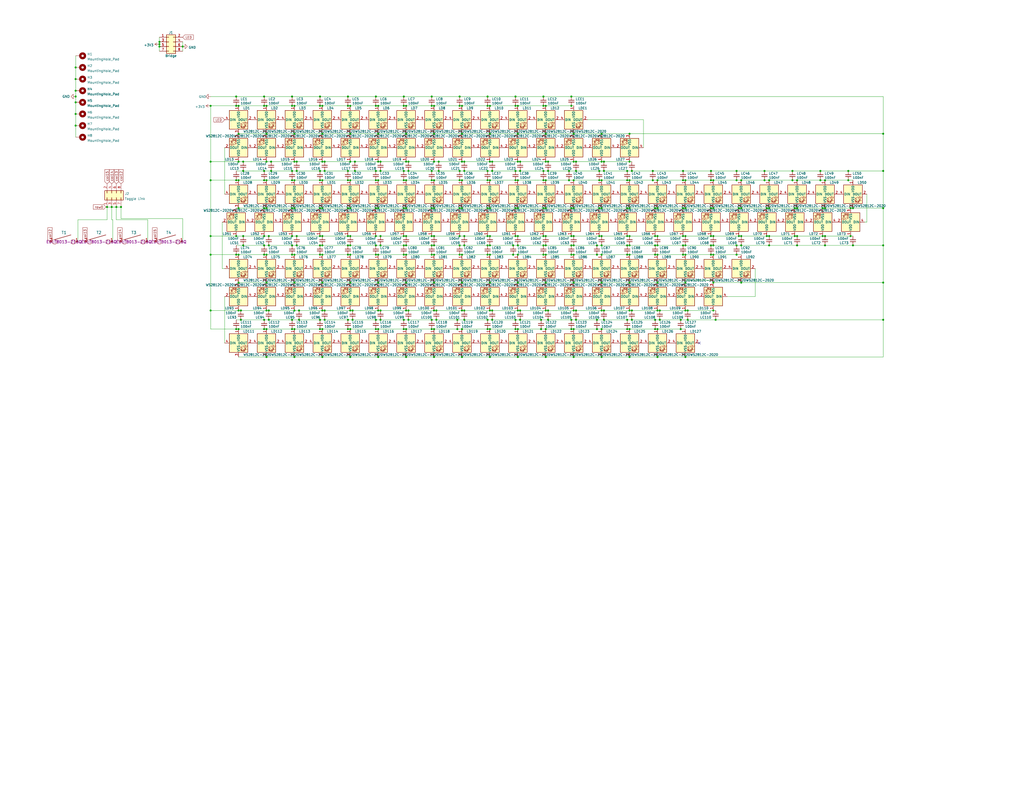
<source format=kicad_sch>
(kicad_sch (version 20211123) (generator eeschema)
  (paper "C")
  (junction (at 132.715 88.265))
  (junction (at 374.015 113.665))
  (junction (at 418.465 113.665))
  (junction (at 462.915 98.425))
  (junction (at 282.575 73.025))
  (junction (at 163.195 169.545))
  (junction (at 207.645 128.905))
  (junction (at 313.055 113.665))
  (junction (at 235.585 93.345))
  (junction (at 311.785 57.785))
  (junction (at 252.095 88.265))
  (junction (at 299.085 88.265))
  (junction (at 205.105 128.905))
  (junction (at 128.905 179.705))
  (junction (at 252.095 113.665))
  (junction (at 235.585 179.705))
  (junction (at 387.985 93.345))
  (junction (at 174.625 128.905))
  (junction (at 220.345 128.905))
  (junction (at 205.105 52.705))
  (junction (at 174.625 98.425))
  (junction (at 175.895 88.265))
  (junction (at 372.745 133.985))
  (junction (at 175.895 179.705))
  (junction (at 295.275 179.705))
  (junction (at 450.215 128.905))
  (junction (at 189.865 174.625))
  (junction (at 86.995 24.13))
  (junction (at 60.96 113.03))
  (junction (at 205.105 133.985))
  (junction (at 344.805 169.545))
  (junction (at 314.325 174.625))
  (junction (at 313.055 88.265))
  (junction (at 267.335 139.065))
  (junction (at 358.775 139.065))
  (junction (at 220.345 139.065))
  (junction (at 161.925 88.265))
  (junction (at 328.295 133.985))
  (junction (at 220.345 113.665))
  (junction (at 253.365 174.625))
  (junction (at 252.095 139.065))
  (junction (at 128.905 98.425))
  (junction (at 236.855 139.065))
  (junction (at 447.675 93.345))
  (junction (at 191.135 98.425))
  (junction (at 328.295 98.425))
  (junction (at 41.275 36.83))
  (junction (at 280.035 133.985))
  (junction (at 177.165 93.345))
  (junction (at 128.905 128.905))
  (junction (at 191.135 57.785))
  (junction (at 145.415 179.705))
  (junction (at 267.335 194.945))
  (junction (at 360.045 169.545))
  (junction (at 132.715 133.985))
  (junction (at 144.145 139.065))
  (junction (at 205.105 179.705))
  (junction (at 282.575 57.785))
  (junction (at 481.965 133.985))
  (junction (at 327.025 113.665))
  (junction (at 206.375 139.065))
  (junction (at 145.415 98.425))
  (junction (at 401.955 93.345))
  (junction (at 191.135 88.265))
  (junction (at 418.465 128.905))
  (junction (at 145.415 154.305))
  (junction (at 281.305 57.785))
  (junction (at 282.575 128.905))
  (junction (at 175.895 194.945))
  (junction (at 296.545 139.065))
  (junction (at 41.275 52.705))
  (junction (at 283.845 93.345))
  (junction (at 328.295 194.945))
  (junction (at 419.735 113.665))
  (junction (at 160.655 98.425))
  (junction (at 235.585 57.785))
  (junction (at 189.865 113.665))
  (junction (at 114.935 128.905))
  (junction (at 344.805 93.345))
  (junction (at 146.685 169.545))
  (junction (at 342.265 98.425))
  (junction (at 238.125 169.545))
  (junction (at 297.815 194.945))
  (junction (at 252.095 179.705))
  (junction (at 343.535 113.665))
  (junction (at 390.525 174.625))
  (junction (at 281.305 179.705))
  (junction (at 58.42 113.03))
  (junction (at 296.545 128.905))
  (junction (at 175.895 73.025))
  (junction (at 299.085 93.345))
  (junction (at 342.265 113.665))
  (junction (at 343.535 88.265))
  (junction (at 159.385 98.425))
  (junction (at 175.895 128.905))
  (junction (at 357.505 174.625))
  (junction (at 207.645 88.265))
  (junction (at 325.755 139.065))
  (junction (at 297.815 73.025))
  (junction (at 192.405 174.625))
  (junction (at 311.785 128.905))
  (junction (at 207.645 93.345))
  (junction (at 221.615 154.305))
  (junction (at 130.175 154.305))
  (junction (at 282.575 169.545))
  (junction (at 297.815 154.305))
  (junction (at 191.135 194.945))
  (junction (at 329.565 88.265))
  (junction (at 327.025 98.425))
  (junction (at 342.265 93.345))
  (junction (at 130.175 98.425))
  (junction (at 236.855 113.665))
  (junction (at 374.015 139.065))
  (junction (at 206.375 194.945))
  (junction (at 193.675 88.265))
  (junction (at 221.615 139.065))
  (junction (at 371.475 179.705))
  (junction (at 432.435 98.425))
  (junction (at 387.985 113.665))
  (junction (at 404.495 98.425))
  (junction (at 450.215 98.425))
  (junction (at 160.655 113.665))
  (junction (at 252.095 57.785))
  (junction (at 267.335 169.545))
  (junction (at 206.375 154.305))
  (junction (at 450.215 113.665))
  (junction (at 266.065 57.785))
  (junction (at 236.855 57.785))
  (junction (at 296.545 113.665))
  (junction (at 205.105 98.425))
  (junction (at 267.335 88.265))
  (junction (at 253.365 128.905))
  (junction (at 296.545 57.785))
  (junction (at 191.135 139.065))
  (junction (at 175.895 98.425))
  (junction (at 299.085 169.545))
  (junction (at 481.965 174.625))
  (junction (at 325.755 133.985))
  (junction (at 434.975 98.425))
  (junction (at 282.575 139.065))
  (junction (at 401.955 139.065))
  (junction (at 281.305 52.705))
  (junction (at 328.295 169.545))
  (junction (at 222.885 174.625))
  (junction (at 387.985 139.065))
  (junction (at 189.865 98.425))
  (junction (at 297.815 139.065))
  (junction (at 221.615 98.425))
  (junction (at 266.065 93.345))
  (junction (at 296.545 98.425))
  (junction (at 387.985 133.985))
  (junction (at 389.255 98.425))
  (junction (at 311.785 113.665))
  (junction (at 266.065 139.065))
  (junction (at 342.265 139.065))
  (junction (at 189.865 128.905))
  (junction (at 144.145 133.985))
  (junction (at 174.625 139.065))
  (junction (at 419.735 128.905))
  (junction (at 191.135 133.985))
  (junction (at 297.815 57.785))
  (junction (at 144.145 57.785))
  (junction (at 159.385 139.065))
  (junction (at 206.375 98.425))
  (junction (at 357.505 128.905))
  (junction (at 360.045 174.625))
  (junction (at 236.855 73.025))
  (junction (at 374.015 133.985))
  (junction (at 160.655 179.705))
  (junction (at 236.855 169.545))
  (junction (at 145.415 88.265))
  (junction (at 374.015 194.945))
  (junction (at 220.345 179.705))
  (junction (at 160.655 73.025))
  (junction (at 191.135 113.665))
  (junction (at 160.655 57.785))
  (junction (at 159.385 93.345))
  (junction (at 189.865 133.985))
  (junction (at 448.945 113.665))
  (junction (at 313.055 73.025))
  (junction (at 266.065 128.905))
  (junction (at 311.785 133.985))
  (junction (at 41.275 68.58))
  (junction (at 342.265 128.905))
  (junction (at 239.395 93.345))
  (junction (at 282.575 179.705))
  (junction (at 130.175 169.545))
  (junction (at 253.365 169.545))
  (junction (at 329.565 169.545))
  (junction (at 401.955 98.425))
  (junction (at 358.775 169.545))
  (junction (at 252.095 154.305))
  (junction (at 206.375 73.025))
  (junction (at 145.415 139.065))
  (junction (at 389.255 133.985))
  (junction (at 465.455 133.985))
  (junction (at 372.745 113.665))
  (junction (at 193.675 93.345))
  (junction (at 130.175 57.785))
  (junction (at 325.755 179.705))
  (junction (at 297.815 179.705))
  (junction (at 281.305 98.425))
  (junction (at 447.675 98.425))
  (junction (at 235.585 113.665))
  (junction (at 161.925 133.985))
  (junction (at 191.135 128.905))
  (junction (at 206.375 169.545))
  (junction (at 160.655 154.305))
  (junction (at 267.335 154.305))
  (junction (at 281.305 93.345))
  (junction (at 175.895 169.545))
  (junction (at 131.445 169.545))
  (junction (at 221.615 169.545))
  (junction (at 221.615 113.665))
  (junction (at 343.535 139.065))
  (junction (at 372.745 139.065))
  (junction (at 175.895 133.985))
  (junction (at 249.555 174.625))
  (junction (at 177.165 169.545))
  (junction (at 268.605 93.345))
  (junction (at 356.235 98.425))
  (junction (at 372.745 93.345))
  (junction (at 191.135 73.025))
  (junction (at 311.785 174.625))
  (junction (at 206.375 57.785))
  (junction (at 297.815 128.905))
  (junction (at 207.645 174.625))
  (junction (at 372.745 98.425))
  (junction (at 236.855 88.265))
  (junction (at 147.955 88.265))
  (junction (at 357.505 179.705))
  (junction (at 41.275 43.18))
  (junction (at 205.105 113.665))
  (junction (at 174.625 93.345))
  (junction (at 343.535 169.545))
  (junction (at 465.455 113.665))
  (junction (at 131.445 174.625))
  (junction (at 159.385 57.785))
  (junction (at 145.415 194.945))
  (junction (at 250.825 113.665))
  (junction (at 207.645 169.545))
  (junction (at 328.295 73.025))
  (junction (at 253.365 88.265))
  (junction (at 297.815 88.265))
  (junction (at 236.855 194.945))
  (junction (at 327.025 93.345))
  (junction (at 189.865 52.705))
  (junction (at 159.385 174.625))
  (junction (at 357.505 113.665))
  (junction (at 343.535 194.945))
  (junction (at 434.975 133.985))
  (junction (at 268.605 174.625))
  (junction (at 343.535 98.425))
  (junction (at 174.625 113.665))
  (junction (at 192.405 169.545))
  (junction (at 250.825 128.905))
  (junction (at 296.545 133.985))
  (junction (at 267.335 128.905))
  (junction (at 128.905 57.785))
  (junction (at 297.815 169.545))
  (junction (at 189.865 179.705))
  (junction (at 253.365 93.345))
  (junction (at 297.815 98.425))
  (junction (at 221.615 73.025))
  (junction (at 356.235 93.345))
  (junction (at 114.935 98.425))
  (junction (at 266.065 179.705))
  (junction (at 404.495 154.305))
  (junction (at 144.145 98.425))
  (junction (at 236.855 133.985))
  (junction (at 145.415 169.545))
  (junction (at 313.055 169.545))
  (junction (at 374.015 128.905))
  (junction (at 401.955 133.985))
  (junction (at 404.495 128.905))
  (junction (at 144.145 52.705))
  (junction (at 175.895 113.665))
  (junction (at 99.695 25.4))
  (junction (at 235.585 174.625))
  (junction (at 146.685 133.985))
  (junction (at 189.865 93.345))
  (junction (at 343.535 179.705))
  (junction (at 189.865 139.065))
  (junction (at 132.715 128.905))
  (junction (at 358.775 194.945))
  (junction (at 328.295 128.905))
  (junction (at 221.615 88.265))
  (junction (at 404.495 133.985))
  (junction (at 221.615 57.785))
  (junction (at 417.195 93.345))
  (junction (at 252.095 169.545))
  (junction (at 130.175 73.025))
  (junction (at 281.305 174.625))
  (junction (at 175.895 57.785))
  (junction (at 403.225 128.905))
  (junction (at 374.015 169.545))
  (junction (at 220.345 57.785))
  (junction (at 281.305 113.665))
  (junction (at 283.845 174.625))
  (junction (at 282.575 154.305))
  (junction (at 282.575 113.665))
  (junction (at 161.925 128.905))
  (junction (at 313.055 179.705))
  (junction (at 481.965 154.305))
  (junction (at 417.195 98.425))
  (junction (at 147.955 93.345))
  (junction (at 191.135 179.705))
  (junction (at 267.335 113.665))
  (junction (at 220.345 98.425))
  (junction (at 160.655 194.945))
  (junction (at 114.935 169.545))
  (junction (at 297.815 133.985))
  (junction (at 252.095 194.945))
  (junction (at 328.295 113.665))
  (junction (at 448.945 128.905))
  (junction (at 267.335 57.785))
  (junction (at 174.625 133.985))
  (junction (at 389.255 169.545))
  (junction (at 221.615 128.905))
  (junction (at 433.705 128.905))
  (junction (at 481.965 113.665))
  (junction (at 174.625 52.705))
  (junction (at 160.655 139.065))
  (junction (at 310.515 98.425))
  (junction (at 358.775 113.665))
  (junction (at 267.335 133.985))
  (junction (at 175.895 154.305))
  (junction (at 314.325 169.545))
  (junction (at 159.385 113.665))
  (junction (at 205.105 139.065))
  (junction (at 450.215 133.985))
  (junction (at 174.625 57.785))
  (junction (at 299.085 174.625))
  (junction (at 160.655 169.545))
  (junction (at 358.775 128.905))
  (junction (at 206.375 179.705))
  (junction (at 175.895 139.065))
  (junction (at 343.535 133.985))
  (junction (at 311.785 139.065))
  (junction (at 327.025 128.905))
  (junction (at 389.255 139.065))
  (junction (at 144.145 179.705))
  (junction (at 343.535 128.905))
  (junction (at 41.275 55.88))
  (junction (at 266.065 52.705))
  (junction (at 481.965 73.025))
  (junction (at 314.325 93.345))
  (junction (at 311.785 52.705))
  (junction (at 357.505 133.985))
  (junction (at 268.605 88.265))
  (junction (at 389.255 154.305))
  (junction (at 159.385 128.905))
  (junction (at 236.855 128.905))
  (junction (at 313.055 133.985))
  (junction (at 250.825 139.065))
  (junction (at 144.145 113.665))
  (junction (at 235.585 139.065))
  (junction (at 145.415 113.665))
  (junction (at 329.565 174.625))
  (junction (at 344.805 174.625))
  (junction (at 144.145 93.345))
  (junction (at 313.055 139.065))
  (junction (at 266.065 98.425))
  (junction (at 130.175 179.705))
  (junction (at 236.855 98.425))
  (junction (at 296.545 93.345))
  (junction (at 221.615 179.705))
  (junction (at 86.995 25.4))
  (junction (at 374.015 154.305))
  (junction (at 357.505 139.065))
  (junction (at 222.885 169.545))
  (junction (at 205.105 57.785))
  (junction (at 374.015 98.425))
  (junction (at 235.585 52.705))
  (junction (at 282.575 133.985))
  (junction (at 267.335 73.025))
  (junction (at 462.915 93.345))
  (junction (at 375.285 169.545))
  (junction (at 266.065 113.665))
  (junction (at 310.515 93.345))
  (junction (at 159.385 133.985))
  (junction (at 387.985 98.425))
  (junction (at 132.715 93.345))
  (junction (at 358.775 179.705))
  (junction (at 282.575 98.425))
  (junction (at 314.325 88.265))
  (junction (at 481.965 93.345))
  (junction (at 464.185 113.665))
  (junction (at 145.415 57.785))
  (junction (at 403.225 113.665))
  (junction (at 220.345 133.985))
  (junction (at 128.905 139.065))
  (junction (at 144.145 128.905))
  (junction (at 238.125 174.625))
  (junction (at 206.375 88.265))
  (junction (at 419.735 98.425))
  (junction (at 86.995 22.86))
  (junction (at 343.535 154.305))
  (junction (at 250.825 98.425))
  (junction (at 267.335 98.425))
  (junction (at 281.305 128.905))
  (junction (at 433.705 113.665))
  (junction (at 177.165 88.265))
  (junction (at 342.265 133.985))
  (junction (at 191.135 169.545))
  (junction (at 325.755 174.625))
  (junction (at 282.575 194.945))
  (junction (at 235.585 98.425))
  (junction (at 249.555 179.705))
  (junction (at 41.275 62.23))
  (junction (at 146.685 128.905))
  (junction (at 66.04 113.03))
  (junction (at 222.885 88.265))
  (junction (at 191.135 154.305))
  (junction (at 280.035 139.065))
  (junction (at 114.935 139.065))
  (junction (at 221.615 133.985))
  (junction (at 235.585 128.905))
  (junction (at 250.825 133.985))
  (junction (at 389.255 113.665))
  (junction (at 236.855 154.305))
  (junction (at 206.375 113.665))
  (junction (at 236.855 179.705))
  (junction (at 371.475 174.625))
  (junction (at 159.385 52.705))
  (junction (at 235.585 133.985))
  (junction (at 177.165 174.625))
  (junction (at 189.865 57.785))
  (junction (at 207.645 133.985))
  (junction (at 313.055 194.945))
  (junction (at 130.175 113.665))
  (junction (at 253.365 133.985))
  (junction (at 464.185 128.905))
  (junction (at 358.775 133.985))
  (junction (at 434.975 128.905))
  (junction (at 114.935 57.785))
  (junction (at 266.065 133.985))
  (junction (at 389.255 128.905))
  (junction (at 358.775 98.425))
  (junction (at 220.345 93.345))
  (junction (at 297.815 113.665))
  (junction (at 432.435 93.345))
  (junction (at 159.385 179.705))
  (junction (at 419.735 133.985))
  (junction (at 220.345 52.705))
  (junction (at 266.065 174.625))
  (junction (at 313.055 128.905))
  (junction (at 434.975 113.665))
  (junction (at 311.785 179.705))
  (junction (at 128.905 52.705))
  (junction (at 268.605 169.545))
  (junction (at 328.295 154.305))
  (junction (at 160.655 88.265))
  (junction (at 250.825 52.705))
  (junction (at 130.175 88.265))
  (junction (at 313.055 98.425))
  (junction (at 295.275 174.625))
  (junction (at 252.095 98.425))
  (junction (at 163.195 174.625))
  (junction (at 220.345 174.625))
  (junction (at 221.615 194.945))
  (junction (at 41.275 49.53))
  (junction (at 343.535 73.025))
  (junction (at 296.545 52.705))
  (junction (at 328.295 179.705))
  (junction (at 145.415 73.025))
  (junction (at 313.055 154.305))
  (junction (at 250.825 93.345))
  (junction (at 283.845 88.265))
  (junction (at 144.145 174.625))
  (junction (at 404.495 113.665))
  (junction (at 283.845 169.545))
  (junction (at 375.285 174.625))
  (junction (at 328.295 139.065))
  (junction (at 114.935 88.265))
  (junction (at 342.265 179.705))
  (junction (at 328.295 88.265))
  (junction (at 252.095 73.025))
  (junction (at 372.745 128.905))
  (junction (at 358.775 154.305))
  (junction (at 267.335 179.705))
  (junction (at 205.105 174.625))
  (junction (at 130.175 139.065))
  (junction (at 146.685 174.625))
  (junction (at 282.575 88.265))
  (junction (at 161.925 93.345))
  (junction (at 387.985 128.905))
  (junction (at 329.565 93.345))
  (junction (at 174.625 174.625))
  (junction (at 63.5 113.03))
  (junction (at 174.625 179.705))
  (junction (at 342.265 174.625))
  (junction (at 222.885 93.345))
  (junction (at 205.105 93.345))
  (junction (at 239.395 88.265))
  (junction (at 250.825 57.785))
  (no_connect (at 381.635 187.325))
  (wire (pts (xy 146.685 128.905) (xy 159.385 128.905)))
  (wire (pts (xy 114.935 169.545) (xy 114.935 179.705)))
  (wire (pts (xy 249.555 179.705) (xy 252.095 179.705)))
  (wire (pts (xy 189.865 57.785) (xy 191.135 57.785)))
  (wire (pts (xy 145.415 154.305) (xy 160.655 154.305)))
  (wire (pts (xy 297.815 154.305) (xy 313.055 154.305)))
  (wire (pts (xy 281.305 57.785) (xy 282.575 57.785)))
  (wire (pts (xy 160.655 57.785) (xy 174.625 57.785)))
  (wire (pts (xy 360.045 174.625) (xy 371.475 174.625)))
  (wire (pts (xy 357.505 128.905) (xy 343.535 128.905)))
  (wire (pts (xy 268.605 93.345) (xy 281.305 93.345)))
  (wire (pts (xy 297.815 98.425) (xy 296.545 98.425)))
  (wire (pts (xy 42.545 120.015) (xy 42.545 132.08)))
  (wire (pts (xy 191.135 194.945) (xy 206.375 194.945)))
  (wire (pts (xy 432.435 93.345) (xy 447.675 93.345)))
  (wire (pts (xy 358.775 133.985) (xy 372.745 133.985)))
  (wire (pts (xy 206.375 88.265) (xy 207.645 88.265)))
  (wire (pts (xy 343.535 179.705) (xy 357.505 179.705)))
  (wire (pts (xy 267.335 154.305) (xy 282.575 154.305)))
  (wire (pts (xy 266.065 52.705) (xy 281.305 52.705)))
  (wire (pts (xy 267.335 139.065) (xy 266.065 139.065)))
  (wire (pts (xy 250.825 139.065) (xy 252.095 139.065)))
  (wire (pts (xy 132.715 133.985) (xy 144.145 133.985)))
  (wire (pts (xy 358.775 179.705) (xy 371.475 179.705)))
  (wire (pts (xy 205.105 128.905) (xy 207.645 128.905)))
  (wire (pts (xy 358.775 139.065) (xy 372.745 139.065)))
  (wire (pts (xy 205.105 139.065) (xy 206.375 139.065)))
  (wire (pts (xy 130.175 179.705) (xy 144.145 179.705)))
  (wire (pts (xy 236.855 179.705) (xy 235.585 179.705)))
  (wire (pts (xy 235.585 174.625) (xy 238.125 174.625)))
  (wire (pts (xy 419.735 113.665) (xy 433.705 113.665)))
  (wire (pts (xy 374.015 153.035) (xy 389.255 153.035)))
  (wire (pts (xy 221.615 139.065) (xy 235.585 139.065)))
  (wire (pts (xy 314.325 174.625) (xy 325.755 174.625)))
  (wire (pts (xy 61.595 120.015) (xy 61.595 132.08)))
  (wire (pts (xy 114.935 98.425) (xy 114.935 128.905)))
  (wire (pts (xy 206.375 169.545) (xy 192.405 169.545)))
  (wire (pts (xy 389.255 113.665) (xy 387.985 113.665)))
  (wire (pts (xy 371.475 174.625) (xy 375.285 174.625)))
  (wire (pts (xy 387.985 113.665) (xy 374.015 113.665)))
  (wire (pts (xy 60.96 113.03) (xy 63.5 113.03)))
  (wire (pts (xy 462.915 98.425) (xy 465.455 98.425)))
  (wire (pts (xy 191.135 73.025) (xy 206.375 73.025)))
  (wire (pts (xy 282.575 179.705) (xy 281.305 179.705)))
  (wire (pts (xy 221.615 113.665) (xy 220.345 113.665)))
  (wire (pts (xy 313.055 154.305) (xy 328.295 154.305)))
  (wire (pts (xy 434.975 133.985) (xy 450.215 133.985)))
  (wire (pts (xy 343.535 169.545) (xy 344.805 169.545)))
  (wire (pts (xy 130.175 98.425) (xy 144.145 98.425)))
  (wire (pts (xy 220.345 113.665) (xy 206.375 113.665)))
  (wire (pts (xy 328.295 179.705) (xy 342.265 179.705)))
  (wire (pts (xy 314.325 93.345) (xy 327.025 93.345)))
  (wire (pts (xy 344.805 174.625) (xy 357.505 174.625)))
  (wire (pts (xy 144.145 133.985) (xy 146.685 133.985)))
  (wire (pts (xy 252.095 194.945) (xy 267.335 194.945)))
  (wire (pts (xy 236.855 179.705) (xy 249.555 179.705)))
  (wire (pts (xy 389.255 139.065) (xy 401.955 139.065)))
  (wire (pts (xy 403.225 128.905) (xy 389.255 128.905)))
  (wire (pts (xy 250.825 52.705) (xy 266.065 52.705)))
  (wire (pts (xy 266.065 93.345) (xy 268.605 93.345)))
  (wire (pts (xy 159.385 133.985) (xy 161.925 133.985)))
  (wire (pts (xy 159.385 139.065) (xy 160.655 139.065)))
  (wire (pts (xy 239.395 88.265) (xy 236.855 88.265)))
  (wire (pts (xy 144.145 93.345) (xy 147.955 93.345)))
  (wire (pts (xy 222.885 88.265) (xy 221.615 88.265)))
  (wire (pts (xy 327.025 93.345) (xy 329.565 93.345)))
  (wire (pts (xy 450.215 128.905) (xy 464.185 128.905)))
  (wire (pts (xy 329.565 93.345) (xy 342.265 93.345)))
  (wire (pts (xy 175.895 169.545) (xy 177.165 169.545)))
  (wire (pts (xy 161.925 93.345) (xy 159.385 93.345)))
  (wire (pts (xy 417.195 98.425) (xy 419.735 98.425)))
  (wire (pts (xy 389.255 98.425) (xy 401.955 98.425)))
  (wire (pts (xy 418.465 113.665) (xy 419.735 113.665)))
  (wire (pts (xy 250.825 133.985) (xy 253.365 133.985)))
  (wire (pts (xy 146.685 169.545) (xy 145.415 169.545)))
  (wire (pts (xy 58.42 113.03) (xy 60.96 113.03)))
  (wire (pts (xy 220.345 128.905) (xy 207.645 128.905)))
  (wire (pts (xy 374.015 133.985) (xy 387.985 133.985)))
  (wire (pts (xy 146.685 133.985) (xy 159.385 133.985)))
  (wire (pts (xy 161.925 128.905) (xy 159.385 128.905)))
  (wire (pts (xy 236.855 194.945) (xy 252.095 194.945)))
  (wire (pts (xy 281.305 98.425) (xy 282.575 98.425)))
  (wire (pts (xy 313.055 139.065) (xy 311.785 139.065)))
  (wire (pts (xy 313.055 179.705) (xy 325.755 179.705)))
  (wire (pts (xy 297.815 57.785) (xy 296.545 57.785)))
  (wire (pts (xy 130.175 73.025) (xy 145.415 73.025)))
  (wire (pts (xy 160.655 154.305) (xy 175.895 154.305)))
  (wire (pts (xy 297.815 57.785) (xy 311.785 57.785)))
  (wire (pts (xy 174.625 139.065) (xy 175.895 139.065)))
  (wire (pts (xy 343.535 154.305) (xy 358.775 154.305)))
  (wire (pts (xy 328.295 88.265) (xy 314.325 88.265)))
  (wire (pts (xy 114.935 179.705) (xy 128.905 179.705)))
  (wire (pts (xy 221.615 57.785) (xy 235.585 57.785)))
  (wire (pts (xy 174.625 98.425) (xy 175.895 98.425)))
  (wire (pts (xy 174.625 52.705) (xy 189.865 52.705)))
  (wire (pts (xy 401.955 139.065) (xy 404.495 139.065)))
  (wire (pts (xy 206.375 98.425) (xy 220.345 98.425)))
  (wire (pts (xy 280.035 139.065) (xy 282.575 139.065)))
  (wire (pts (xy 146.685 128.905) (xy 144.145 128.905)))
  (wire (pts (xy 41.275 36.83) (xy 41.275 43.18)))
  (wire (pts (xy 387.985 128.905) (xy 374.015 128.905)))
  (wire (pts (xy 282.575 154.305) (xy 297.815 154.305)))
  (wire (pts (xy 313.055 57.785) (xy 311.785 57.785)))
  (wire (pts (xy 342.265 139.065) (xy 328.295 139.065)))
  (wire (pts (xy 313.055 128.905) (xy 311.785 128.905)))
  (wire (pts (xy 159.385 98.425) (xy 160.655 98.425)))
  (wire (pts (xy 160.655 73.025) (xy 175.895 73.025)))
  (wire (pts (xy 175.895 98.425) (xy 189.865 98.425)))
  (wire (pts (xy 401.955 133.985) (xy 404.495 133.985)))
  (wire (pts (xy 128.905 98.425) (xy 130.175 98.425)))
  (wire (pts (xy 295.275 174.625) (xy 299.085 174.625)))
  (wire (pts (xy 236.855 113.665) (xy 235.585 113.665)))
  (wire (pts (xy 205.105 52.705) (xy 220.345 52.705)))
  (wire (pts (xy 283.845 93.345) (xy 296.545 93.345)))
  (wire (pts (xy 418.465 128.905) (xy 404.495 128.905)))
  (wire (pts (xy 207.645 133.985) (xy 220.345 133.985)))
  (wire (pts (xy 144.145 52.705) (xy 159.385 52.705)))
  (wire (pts (xy 191.135 133.985) (xy 205.105 133.985)))
  (wire (pts (xy 191.135 98.425) (xy 205.105 98.425)))
  (wire (pts (xy 328.295 133.985) (xy 342.265 133.985)))
  (wire (pts (xy 372.745 113.665) (xy 358.775 113.665)))
  (wire (pts (xy 297.815 179.705) (xy 295.275 179.705)))
  (wire (pts (xy 268.605 88.265) (xy 267.335 88.265)))
  (wire (pts (xy 465.455 133.985) (xy 481.965 133.985)))
  (wire (pts (xy 144.145 98.425) (xy 145.415 98.425)))
  (wire (pts (xy 417.195 93.345) (xy 432.435 93.345)))
  (wire (pts (xy 192.405 169.545) (xy 191.135 169.545)))
  (wire (pts (xy 191.135 88.265) (xy 193.675 88.265)))
  (wire (pts (xy 221.615 154.305) (xy 236.855 154.305)))
  (wire (pts (xy 57.785 113.03) (xy 58.42 113.03)))
  (wire (pts (xy 374.015 128.905) (xy 372.745 128.905)))
  (wire (pts (xy 220.345 139.065) (xy 221.615 139.065)))
  (wire (pts (xy 207.645 169.545) (xy 206.375 169.545)))
  (wire (pts (xy 387.985 93.345) (xy 401.955 93.345)))
  (wire (pts (xy 222.885 174.625) (xy 235.585 174.625)))
  (wire (pts (xy 358.775 154.305) (xy 374.015 154.305)))
  (wire (pts (xy 130.175 57.785) (xy 144.145 57.785)))
  (wire (pts (xy 374.015 179.705) (xy 371.475 179.705)))
  (wire (pts (xy 325.755 179.705) (xy 328.295 179.705)))
  (wire (pts (xy 175.895 88.265) (xy 161.925 88.265)))
  (wire (pts (xy 266.065 113.665) (xy 252.095 113.665)))
  (wire (pts (xy 327.025 98.425) (xy 328.295 98.425)))
  (wire (pts (xy 329.565 174.625) (xy 342.265 174.625)))
  (wire (pts (xy 342.265 133.985) (xy 343.535 133.985)))
  (wire (pts (xy 372.745 93.345) (xy 387.985 93.345)))
  (wire (pts (xy 266.065 174.625) (xy 268.605 174.625)))
  (wire (pts (xy 387.985 139.065) (xy 389.255 139.065)))
  (wire (pts (xy 206.375 194.945) (xy 221.615 194.945)))
  (wire (pts (xy 296.545 93.345) (xy 299.085 93.345)))
  (wire (pts (xy 122.555 161.925) (xy 122.555 187.325)))
  (wire (pts (xy 235.585 52.705) (xy 250.825 52.705)))
  (wire (pts (xy 281.305 93.345) (xy 283.845 93.345)))
  (wire (pts (xy 63.5 120.015) (xy 63.5 113.03)))
  (wire (pts (xy 174.625 179.705) (xy 175.895 179.705)))
  (wire (pts (xy 144.145 113.665) (xy 130.175 113.665)))
  (wire (pts (xy 58.42 113.03) (xy 58.42 120.015)))
  (wire (pts (xy 238.125 169.545) (xy 236.855 169.545)))
  (wire (pts (xy 128.905 174.625) (xy 131.445 174.625)))
  (wire (pts (xy 299.085 174.625) (xy 311.785 174.625)))
  (wire (pts (xy 357.505 113.665) (xy 343.535 113.665)))
  (wire (pts (xy 481.965 174.625) (xy 481.965 194.945)))
  (wire (pts (xy 177.165 174.625) (xy 189.865 174.625)))
  (wire (pts (xy 404.495 128.905) (xy 403.225 128.905)))
  (wire (pts (xy 419.735 133.985) (xy 434.975 133.985)))
  (wire (pts (xy 58.42 120.015) (xy 42.545 120.015)))
  (wire (pts (xy 372.745 133.985) (xy 374.015 133.985)))
  (wire (pts (xy 159.385 52.705) (xy 174.625 52.705)))
  (wire (pts (xy 60.96 113.03) (xy 60.96 120.015)))
  (wire (pts (xy 481.965 133.985) (xy 481.965 154.305)))
  (wire (pts (xy 404.495 113.665) (xy 403.225 113.665)))
  (wire (pts (xy 328.295 128.905) (xy 327.025 128.905)))
  (wire (pts (xy 177.165 93.345) (xy 189.865 93.345)))
  (wire (pts (xy 450.215 133.985) (xy 465.455 133.985)))
  (wire (pts (xy 462.915 93.345) (xy 481.965 93.345)))
  (wire (pts (xy 192.405 174.625) (xy 205.105 174.625)))
  (wire (pts (xy 159.385 174.625) (xy 163.195 174.625)))
  (wire (pts (xy 221.615 194.945) (xy 236.855 194.945)))
  (wire (pts (xy 313.055 88.265) (xy 299.085 88.265)))
  (wire (pts (xy 221.615 88.265) (xy 207.645 88.265)))
  (wire (pts (xy 131.445 174.625) (xy 144.145 174.625)))
  (wire (pts (xy 132.715 88.265) (xy 130.175 88.265)))
  (wire (pts (xy 249.555 174.625) (xy 253.365 174.625)))
  (wire (pts (xy 328.295 194.945) (xy 343.535 194.945)))
  (wire (pts (xy 99.695 22.86) (xy 99.695 25.4)))
  (wire (pts (xy 189.865 52.705) (xy 205.105 52.705)))
  (wire (pts (xy 358.775 128.905) (xy 357.505 128.905)))
  (wire (pts (xy 175.895 179.705) (xy 189.865 179.705)))
  (wire (pts (xy 191.135 113.665) (xy 205.105 113.665)))
  (wire (pts (xy 175.895 73.025) (xy 191.135 73.025)))
  (wire (pts (xy 177.165 88.265) (xy 191.135 88.265)))
  (wire (pts (xy 473.075 121.285) (xy 471.805 121.285)))
  (wire (pts (xy 189.865 93.345) (xy 193.675 93.345)))
  (wire (pts (xy 41.275 52.705) (xy 41.275 55.88)))
  (wire (pts (xy 160.655 88.265) (xy 147.955 88.265)))
  (wire (pts (xy 268.605 169.545) (xy 267.335 169.545)))
  (wire (pts (xy 358.775 139.065) (xy 357.505 139.065)))
  (wire (pts (xy 297.815 88.265) (xy 283.845 88.265)))
  (wire (pts (xy 145.415 179.705) (xy 159.385 179.705)))
  (wire (pts (xy 481.965 113.665) (xy 481.965 133.985)))
  (wire (pts (xy 250.825 93.345) (xy 253.365 93.345)))
  (wire (pts (xy 447.675 98.425) (xy 434.975 98.425)))
  (wire (pts (xy 41.275 49.53) (xy 41.275 52.705)))
  (wire (pts (xy 433.705 128.905) (xy 419.735 128.905)))
  (wire (pts (xy 191.135 128.905) (xy 189.865 128.905)))
  (wire (pts (xy 128.905 128.905) (xy 132.715 128.905)))
  (wire (pts (xy 145.415 194.945) (xy 160.655 194.945)))
  (wire (pts (xy 311.785 133.985) (xy 313.055 133.985)))
  (wire (pts (xy 450.215 98.425) (xy 462.915 98.425)))
  (wire (pts (xy 282.575 179.705) (xy 295.275 179.705)))
  (wire (pts (xy 175.895 139.065) (xy 189.865 139.065)))
  (wire (pts (xy 297.815 169.545) (xy 283.845 169.545)))
  (wire (pts (xy 266.065 57.785) (xy 267.335 57.785)))
  (wire (pts (xy 252.095 154.305) (xy 267.335 154.305)))
  (wire (pts (xy 419.735 98.425) (xy 432.435 98.425)))
  (wire (pts (xy 205.105 98.425) (xy 206.375 98.425)))
  (wire (pts (xy 191.135 128.905) (xy 205.105 128.905)))
  (wire (pts (xy 342.265 179.705) (xy 343.535 179.705)))
  (wire (pts (xy 114.935 139.065) (xy 114.935 169.545)))
  (wire (pts (xy 144.145 93.345) (xy 132.715 93.345)))
  (wire (pts (xy 236.855 169.545) (xy 222.885 169.545)))
  (wire (pts (xy 401.955 98.425) (xy 404.495 98.425)))
  (wire (pts (xy 401.955 93.345) (xy 417.195 93.345)))
  (wire (pts (xy 191.135 57.785) (xy 205.105 57.785)))
  (wire (pts (xy 236.855 88.265) (xy 222.885 88.265)))
  (wire (pts (xy 206.375 88.265) (xy 193.675 88.265)))
  (wire (pts (xy 41.275 43.18) (xy 41.275 49.53)))
  (wire (pts (xy 41.275 62.23) (xy 41.275 68.58)))
  (wire (pts (xy 372.745 113.665) (xy 374.015 113.665)))
  (wire (pts (xy 390.525 169.545) (xy 389.255 169.545)))
  (wire (pts (xy 434.975 113.665) (xy 448.945 113.665)))
  (wire (pts (xy 114.935 98.425) (xy 128.905 98.425)))
  (wire (pts (xy 328.295 98.425) (xy 342.265 98.425)))
  (wire (pts (xy 374.015 169.545) (xy 360.045 169.545)))
  (wire (pts (xy 296.545 128.905) (xy 282.575 128.905)))
  (wire (pts (xy 358.775 98.425) (xy 356.235 98.425)))
  (wire (pts (xy 267.335 57.785) (xy 281.305 57.785)))
  (wire (pts (xy 281.305 113.665) (xy 267.335 113.665)))
  (wire (pts (xy 342.265 93.345) (xy 344.805 93.345)))
  (wire (pts (xy 481.965 52.705) (xy 481.965 73.025)))
  (wire (pts (xy 128.905 52.705) (xy 144.145 52.705)))
  (wire (pts (xy 282.575 169.545) (xy 268.605 169.545)))
  (wire (pts (xy 351.155 80.645) (xy 351.155 65.405)))
  (wire (pts (xy 159.385 113.665) (xy 145.415 113.665)))
  (wire (pts (xy 432.435 98.425) (xy 434.975 98.425)))
  (wire (pts (xy 412.115 146.685) (xy 412.115 161.925)))
  (wire (pts (xy 128.905 113.665) (xy 130.175 113.665)))
  (wire (pts (xy 266.065 98.425) (xy 267.335 98.425)))
  (wire (pts (xy 448.945 128.905) (xy 450.215 128.905)))
  (wire (pts (xy 450.215 113.665) (xy 464.185 113.665)))
  (wire (pts (xy 220.345 52.705) (xy 235.585 52.705)))
  (wire (pts (xy 174.625 93.345) (xy 177.165 93.345)))
  (wire (pts (xy 132.715 88.265) (xy 145.415 88.265)))
  (wire (pts (xy 358.775 113.665) (xy 357.505 113.665)))
  (wire (pts (xy 281.305 113.665) (xy 282.575 113.665)))
  (wire (pts (xy 160.655 98.425) (xy 174.625 98.425)))
  (wire (pts (xy 313.055 139.065) (xy 325.755 139.065)))
  (wire (pts (xy 236.855 57.785) (xy 250.825 57.785)))
  (wire (pts (xy 389.255 133.985) (xy 401.955 133.985)))
  (wire (pts (xy 252.095 169.545) (xy 238.125 169.545)))
  (wire (pts (xy 252.095 73.025) (xy 236.855 73.025)))
  (wire (pts (xy 206.375 154.305) (xy 221.615 154.305)))
  (wire (pts (xy 189.865 179.705) (xy 191.135 179.705)))
  (wire (pts (xy 222.885 93.345) (xy 235.585 93.345)))
  (wire (pts (xy 220.345 93.345) (xy 222.885 93.345)))
  (wire (pts (xy 114.935 88.265) (xy 130.175 88.265)))
  (wire (pts (xy 221.615 133.985) (xy 235.585 133.985)))
  (wire (pts (xy 389.255 113.665) (xy 403.225 113.665)))
  (wire (pts (xy 296.545 113.665) (xy 282.575 113.665)))
  (wire (pts (xy 282.575 194.945) (xy 297.815 194.945)))
  (wire (pts (xy 351.155 65.405) (xy 320.675 65.405)))
  (wire (pts (xy 343.535 128.905) (xy 342.265 128.905)))
  (wire (pts (xy 297.815 179.705) (xy 311.785 179.705)))
  (wire (pts (xy 174.625 133.985) (xy 175.895 133.985)))
  (wire (pts (xy 329.565 169.545) (xy 328.295 169.545)))
  (wire (pts (xy 267.335 169.545) (xy 253.365 169.545)))
  (wire (pts (xy 144.145 128.905) (xy 132.715 128.905)))
  (wire (pts (xy 239.395 93.345) (xy 250.825 93.345)))
  (wire (pts (xy 313.055 169.545) (xy 299.085 169.545)))
  (wire (pts (xy 128.905 57.785) (xy 130.175 57.785)))
  (wire (pts (xy 222.885 169.545) (xy 221.615 169.545)))
  (wire (pts (xy 310.515 98.425) (xy 313.055 98.425)))
  (wire (pts (xy 191.135 139.065) (xy 205.105 139.065)))
  (wire (pts (xy 325.755 174.625) (xy 329.565 174.625)))
  (wire (pts (xy 177.165 88.265) (xy 175.895 88.265)))
  (wire (pts (xy 114.935 128.905) (xy 114.935 139.065)))
  (wire (pts (xy 267.335 179.705) (xy 281.305 179.705)))
  (wire (pts (xy 327.025 113.665) (xy 313.055 113.665)))
  (wire (pts (xy 144.145 179.705) (xy 145.415 179.705)))
  (wire (pts (xy 236.855 133.985) (xy 250.825 133.985)))
  (wire (pts (xy 283.845 169.545) (xy 282.575 169.545)))
  (wire (pts (xy 252.095 139.065) (xy 266.065 139.065)))
  (wire (pts (xy 358.775 179.705) (xy 357.505 179.705)))
  (wire (pts (xy 121.285 146.685) (xy 122.555 146.685)))
  (wire (pts (xy 281.305 128.905) (xy 267.335 128.905)))
  (wire (pts (xy 159.385 113.665) (xy 160.655 113.665)))
  (wire (pts (xy 189.865 139.065) (xy 191.135 139.065)))
  (wire (pts (xy 374.015 139.065) (xy 387.985 139.065)))
  (wire (pts (xy 189.865 98.425) (xy 191.135 98.425)))
  (wire (pts (xy 412.115 161.925) (xy 396.875 161.925)))
  (wire (pts (xy 282.575 73.025) (xy 297.815 73.025)))
  (wire (pts (xy 221.615 169.545) (xy 207.645 169.545)))
  (wire (pts (xy 267.335 88.265) (xy 253.365 88.265)))
  (wire (pts (xy 282.575 73.025) (xy 267.335 73.025)))
  (wire (pts (xy 253.365 133.985) (xy 266.065 133.985)))
  (wire (pts (xy 389.255 153.035) (xy 389.255 154.305)))
  (wire (pts (xy 357.505 133.985) (xy 358.775 133.985)))
  (wire (pts (xy 250.825 128.905) (xy 236.855 128.905)))
  (wire (pts (xy 250.825 57.785) (xy 252.095 57.785)))
  (wire (pts (xy 372.745 128.905) (xy 358.775 128.905)))
  (wire (pts (xy 343.535 98.425) (xy 342.265 98.425)))
  (wire (pts (xy 160.655 88.265) (xy 161.925 88.265)))
  (wire (pts (xy 63.5 113.03) (xy 66.04 113.03)))
  (wire (pts (xy 206.375 73.025) (xy 221.615 73.025)))
  (wire (pts (xy 61.595 120.015) (xy 60.96 120.015)))
  (wire (pts (xy 282.575 133.985) (xy 296.545 133.985)))
  (wire (pts (xy 297.815 133.985) (xy 311.785 133.985)))
  (wire (pts (xy 314.325 169.545) (xy 313.055 169.545)))
  (wire (pts (xy 297.815 98.425) (xy 310.515 98.425)))
  (wire (pts (xy 128.905 139.065) (xy 130.175 139.065)))
  (wire (pts (xy 144.145 57.785) (xy 145.415 57.785)))
  (wire (pts (xy 313.055 98.425) (xy 327.025 98.425)))
  (wire (pts (xy 374.015 153.035) (xy 374.015 154.305)))
  (wire (pts (xy 266.065 128.905) (xy 253.365 128.905)))
  (wire (pts (xy 205.105 179.705) (xy 206.375 179.705)))
  (wire (pts (xy 80.645 120.015) (xy 63.5 120.015)))
  (wire (pts (xy 328.295 169.545) (xy 314.325 169.545)))
  (wire (pts (xy 159.385 57.785) (xy 160.655 57.785)))
  (wire (pts (xy 297.815 113.665) (xy 296.545 113.665)))
  (wire (pts (xy 221.615 179.705) (xy 235.585 179.705)))
  (wire (pts (xy 114.935 57.785) (xy 114.935 88.265)))
  (wire (pts (xy 114.935 128.905) (xy 128.905 128.905)))
  (wire (pts (xy 253.365 169.545) (xy 252.095 169.545)))
  (wire (pts (xy 130.175 194.945) (xy 145.415 194.945)))
  (wire (pts (xy 374.015 98.425) (xy 387.985 98.425)))
  (wire (pts (xy 297.815 128.905) (xy 296.545 128.905)))
  (wire (pts (xy 160.655 194.945) (xy 175.895 194.945)))
  (wire (pts (xy 191.135 113.665) (xy 189.865 113.665)))
  (wire (pts (xy 86.995 22.86) (xy 86.995 24.13)))
  (wire (pts (xy 160.655 139.065) (xy 174.625 139.065)))
  (wire (pts (xy 281.305 174.625) (xy 283.845 174.625)))
  (wire (pts (xy 389.255 154.305) (xy 404.495 154.305)))
  (wire (pts (xy 465.455 113.665) (xy 481.965 113.665)))
  (wire (pts (xy 297.815 73.025) (xy 313.055 73.025)))
  (wire (pts (xy 189.865 128.905) (xy 175.895 128.905)))
  (wire (pts (xy 311.785 52.705) (xy 481.965 52.705)))
  (wire (pts (xy 160.655 179.705) (xy 174.625 179.705)))
  (wire (pts (xy 207.645 174.625) (xy 220.345 174.625)))
  (wire (pts (xy 372.745 98.425) (xy 374.015 98.425)))
  (wire (pts (xy 343.535 113.665) (xy 342.265 113.665)))
  (wire (pts (xy 235.585 128.905) (xy 221.615 128.905)))
  (wire (pts (xy 145.415 169.545) (xy 131.445 169.545)))
  (wire (pts (xy 342.265 113.665) (xy 328.295 113.665)))
  (wire (pts (xy 464.185 113.665) (xy 465.455 113.665)))
  (wire (pts (xy 193.675 93.345) (xy 205.105 93.345)))
  (wire (pts (xy 86.995 20.32) (xy 86.995 22.86)))
  (wire (pts (xy 163.195 174.625) (xy 174.625 174.625)))
  (wire (pts (xy 175.895 57.785) (xy 189.865 57.785)))
  (wire (pts (xy 206.375 57.785) (xy 220.345 57.785)))
  (wire (pts (xy 205.105 174.625) (xy 207.645 174.625)))
  (wire (pts (xy 358.775 194.945) (xy 374.015 194.945)))
  (wire (pts (xy 235.585 57.785) (xy 236.855 57.785)))
  (wire (pts (xy 267.335 98.425) (xy 281.305 98.425)))
  (wire (pts (xy 253.365 93.345) (xy 266.065 93.345)))
  (wire (pts (xy 189.865 113.665) (xy 175.895 113.665)))
  (wire (pts (xy 296.545 52.705) (xy 311.785 52.705)))
  (wire (pts (xy 174.625 174.625) (xy 177.165 174.625)))
  (wire (pts (xy 342.265 139.065) (xy 343.535 139.065)))
  (wire (pts (xy 387.985 133.985) (xy 389.255 133.985)))
  (wire (pts (xy 360.045 169.545) (xy 358.775 169.545)))
  (wire (pts (xy 189.865 133.985) (xy 191.135 133.985)))
  (wire (pts (xy 356.235 93.345) (xy 372.745 93.345)))
  (wire (pts (xy 220.345 174.625) (xy 222.885 174.625)))
  (wire (pts (xy 236.855 128.905) (xy 235.585 128.905)))
  (wire (pts (xy 220.345 179.705) (xy 221.615 179.705)))
  (wire (pts (xy 221.615 73.025) (xy 236.855 73.025)))
  (wire (pts (xy 481.965 73.025) (xy 481.965 93.345)))
  (wire (pts (xy 99.695 25.4) (xy 99.695 27.94)))
  (wire (pts (xy 250.825 98.425) (xy 252.095 98.425)))
  (wire (pts (xy 375.285 169.545) (xy 389.255 169.545)))
  (wire (pts (xy 343.535 133.985) (xy 357.505 133.985)))
  (wire (pts (xy 145.415 139.065) (xy 159.385 139.065)))
  (wire (pts (xy 160.655 169.545) (xy 146.685 169.545)))
  (wire (pts (xy 419.735 128.905) (xy 418.465 128.905)))
  (wire (pts (xy 390.525 174.625) (xy 481.965 174.625)))
  (wire (pts (xy 174.625 128.905) (xy 161.925 128.905)))
  (wire (pts (xy 175.895 133.985) (xy 189.865 133.985)))
  (wire (pts (xy 175.895 154.305) (xy 191.135 154.305)))
  (wire (pts (xy 252.095 57.785) (xy 266.065 57.785)))
  (wire (pts (xy 343.535 98.425) (xy 356.235 98.425)))
  (wire (pts (xy 313.055 179.705) (xy 311.785 179.705)))
  (wire (pts (xy 313.055 194.945) (xy 328.295 194.945)))
  (wire (pts (xy 447.675 98.425) (xy 450.215 98.425)))
  (wire (pts (xy 268.605 174.625) (xy 281.305 174.625)))
  (wire (pts (xy 121.285 121.285) (xy 121.285 146.685)))
  (wire (pts (xy 283.845 88.265) (xy 282.575 88.265)))
  (wire (pts (xy 253.365 128.905) (xy 250.825 128.905)))
  (wire (pts (xy 221.615 98.425) (xy 235.585 98.425)))
  (wire (pts (xy 342.265 128.905) (xy 328.295 128.905)))
  (wire (pts (xy 206.375 179.705) (xy 220.345 179.705)))
  (wire (pts (xy 375.285 174.625) (xy 390.525 174.625)))
  (wire (pts (xy 159.385 93.345) (xy 147.955 93.345)))
  (wire (pts (xy 357.505 174.625) (xy 360.045 174.625)))
  (wire (pts (xy 144.145 174.625) (xy 146.685 174.625)))
  (wire (pts (xy 252.095 179.705) (xy 266.065 179.705)))
  (wire (pts (xy 372.745 98.425) (xy 358.775 98.425)))
  (wire (pts (xy 299.085 169.545) (xy 297.815 169.545)))
  (wire (pts (xy 128.905 179.705) (xy 130.175 179.705)))
  (wire (pts (xy 220.345 128.905) (xy 221.615 128.905)))
  (wire (pts (xy 145.415 57.785) (xy 159.385 57.785)))
  (wire (pts (xy 447.675 93.345) (xy 462.915 93.345)))
  (wire (pts (xy 41.275 68.58) (xy 41.275 74.93)))
  (wire (pts (xy 311.785 174.625) (xy 314.325 174.625)))
  (wire (pts (xy 174.625 128.905) (xy 175.895 128.905)))
  (wire (pts (xy 253.365 174.625) (xy 266.065 174.625)))
  (wire (pts (xy 205.105 133.985) (xy 207.645 133.985)))
  (wire (pts (xy 327.025 128.905) (xy 313.055 128.905)))
  (wire (pts (xy 343.535 139.065) (xy 357.505 139.065)))
  (wire (pts (xy 328.295 73.025) (xy 343.535 73.025)))
  (wire (pts (xy 236.855 154.305) (xy 252.095 154.305)))
  (wire (pts (xy 299.085 93.345) (xy 310.515 93.345)))
  (wire (pts (xy 418.465 113.665) (xy 404.495 113.665)))
  (wire (pts (xy 145.415 98.425) (xy 159.385 98.425)))
  (wire (pts (xy 250.825 113.665) (xy 236.855 113.665)))
  (wire (pts (xy 114.935 52.705) (xy 128.905 52.705)))
  (wire (pts (xy 343.535 194.945) (xy 358.775 194.945)))
  (wire (pts (xy 174.625 113.665) (xy 160.655 113.665)))
  (wire (pts (xy 313.055 133.985) (xy 325.755 133.985)))
  (wire (pts (xy 358.775 169.545) (xy 344.805 169.545)))
  (wire (pts (xy 235.585 93.345) (xy 239.395 93.345)))
  (wire (pts (xy 175.895 194.945) (xy 191.135 194.945)))
  (wire (pts (xy 282.575 57.785) (xy 296.545 57.785)))
  (wire (pts (xy 266.065 133.985) (xy 267.335 133.985)))
  (wire (pts (xy 128.905 133.985) (xy 132.715 133.985)))
  (wire (pts (xy 159.385 179.705) (xy 160.655 179.705)))
  (wire (pts (xy 344.805 93.345) (xy 356.235 93.345)))
  (wire (pts (xy 282.575 128.905) (xy 281.305 128.905)))
  (wire (pts (xy 252.095 88.265) (xy 239.395 88.265)))
  (wire (pts (xy 267.335 73.025) (xy 252.095 73.025)))
  (wire (pts (xy 281.305 52.705) (xy 296.545 52.705)))
  (wire (pts (xy 283.845 174.625) (xy 295.275 174.625)))
  (wire (pts (xy 343.535 154.305) (xy 328.295 154.305)))
  (wire (pts (xy 250.825 113.665) (xy 252.095 113.665)))
  (wire (pts (xy 205.105 113.665) (xy 206.375 113.665)))
  (wire (pts (xy 132.715 93.345) (xy 128.905 93.345)))
  (wire (pts (xy 311.785 113.665) (xy 297.815 113.665)))
  (wire (pts (xy 328.295 139.065) (xy 325.755 139.065)))
  (wire (pts (xy 343.535 88.265) (xy 329.565 88.265)))
  (wire (pts (xy 389.255 98.425) (xy 387.985 98.425)))
  (wire (pts (xy 313.055 73.025) (xy 328.295 73.025)))
  (wire (pts (xy 205.105 93.345) (xy 207.645 93.345)))
  (wire (pts (xy 389.255 128.905) (xy 387.985 128.905)))
  (wire (pts (xy 329.565 169.545) (xy 343.535 169.545)))
  (wire (pts (xy 175.895 169.545) (xy 163.195 169.545)))
  (wire (pts (xy 174.625 93.345) (xy 161.925 93.345)))
  (wire (pts (xy 114.935 169.545) (xy 130.175 169.545)))
  (wire (pts (xy 130.175 169.545) (xy 131.445 169.545)))
  (wire (pts (xy 282.575 88.265) (xy 268.605 88.265)))
  (wire (pts (xy 372.745 139.065) (xy 374.015 139.065)))
  (wire (pts (xy 144.145 139.065) (xy 145.415 139.065)))
  (wire (pts (xy 252.095 88.265) (xy 253.365 88.265)))
  (wire (pts (xy 481.965 154.305) (xy 481.965 174.625)))
  (wire (pts (xy 433.705 113.665) (xy 434.975 113.665)))
  (wire (pts (xy 434.975 128.905) (xy 433.705 128.905)))
  (wire (pts (xy 145.415 154.305) (xy 130.175 154.305)))
  (wire (pts (xy 191.135 179.705) (xy 205.105 179.705)))
  (wire (pts (xy 434.975 128.905) (xy 448.945 128.905)))
  (wire (pts (xy 80.645 132.08) (xy 80.645 120.015)))
  (wire (pts (xy 207.645 93.345) (xy 220.345 93.345)))
  (wire (pts (xy 299.085 88.265) (xy 297.815 88.265)))
  (wire (pts (xy 189.865 174.625) (xy 192.405 174.625)))
  (wire (pts (xy 161.925 133.985) (xy 174.625 133.985)))
  (wire (pts (xy 235.585 133.985) (xy 236.855 133.985)))
  (wire (pts (xy 174.625 57.785) (xy 175.895 57.785)))
  (wire (pts (xy 404.495 133.985) (xy 419.735 133.985)))
  (wire (pts (xy 206.375 139.065) (xy 220.345 139.065)))
  (wire (pts (xy 236.855 98.425) (xy 250.825 98.425)))
  (wire (pts (xy 99.695 119.38) (xy 99.695 132.08)))
  (wire (pts (xy 311.785 113.665) (xy 313.055 113.665)))
  (wire (pts (xy 417.195 98.425) (xy 404.495 98.425)))
  (wire (pts (xy 114.935 88.265) (xy 114.935 98.425)))
  (wire (pts (xy 280.035 133.985) (xy 282.575 133.985)))
  (wire (pts (xy 220.345 98.425) (xy 221.615 98.425)))
  (wire (pts (xy 343.535 73.025) (xy 481.965 73.025)))
  (wire (pts (xy 145.415 73.025) (xy 160.655 73.025)))
  (wire (pts (xy 481.965 93.345) (xy 481.965 113.665)))
  (wire (pts (xy 66.04 119.38) (xy 99.695 119.38)))
  (wire (pts (xy 266.065 113.665) (xy 267.335 113.665)))
  (wire (pts (xy 311.785 128.905) (xy 297.815 128.905)))
  (wire (pts (xy 267.335 133.985) (xy 280.035 133.985)))
  (wire (pts (xy 86.995 25.4) (xy 86.995 27.94)))
  (wire (pts (xy 296.545 133.985) (xy 297.815 133.985)))
  (wire (pts (xy 266.065 128.905) (xy 267.335 128.905)))
  (wire (pts (xy 86.995 24.13) (xy 86.995 25.4)))
  (wire (pts (xy 235.585 113.665) (xy 221.615 113.665)))
  (wire (pts (xy 122.555 80.645) (xy 122.555 106.045)))
  (wire (pts (xy 473.075 106.045) (xy 473.075 121.285)))
  (wire (pts (xy 252.095 98.425) (xy 266.065 98.425)))
  (wire (pts (xy 266.065 179.705) (xy 267.335 179.705)))
  (wire (pts (xy 41.275 55.88) (xy 41.275 62.23)))
  (wire (pts (xy 163.195 169.545) (xy 160.655 169.545)))
  (wire (pts (xy 375.285 169.545) (xy 374.015 169.545)))
  (wire (pts (xy 374.015 194.945) (xy 481.965 194.945)))
  (wire (pts (xy 327.025 113.665) (xy 328.295 113.665)))
  (wire (pts (xy 282.575 139.065) (xy 296.545 139.065)))
  (wire (pts (xy 238.125 174.625) (xy 249.555 174.625)))
  (wire (pts (xy 236.855 139.065) (xy 250.825 139.065)))
  (wire (pts (xy 296.545 139.065) (xy 297.815 139.065)))
  (wire (pts (xy 205.105 57.785) (xy 206.375 57.785)))
  (wire (pts (xy 130.175 139.065) (xy 144.145 139.065)))
  (wire (pts (xy 174.625 113.665) (xy 175.895 113.665)))
  (wire (pts (xy 206.375 154.305) (xy 191.135 154.305)))
  (wire (pts (xy 114.935 139.065) (xy 128.905 139.065)))
  (wire (pts (xy 282.575 98.425) (xy 296.545 98.425)))
  (wire (pts (xy 235.585 98.425) (xy 236.855 98.425)))
  (wire (pts (xy 147.955 88.265) (xy 145.415 88.265)))
  (wire (pts (xy 325.755 133.985) (xy 328.295 133.985)))
  (wire (pts (xy 114.935 57.785) (xy 128.905 57.785)))
  (wire (pts (xy 344.805 88.265) (xy 343.535 88.265)))
  (wire (pts (xy 267.335 139.065) (xy 280.035 139.065)))
  (wire (pts (xy 329.565 88.265) (xy 328.295 88.265)))
  (wire (pts (xy 404.495 154.305) (xy 481.965 154.305)))
  (wire (pts (xy 66.04 113.03) (xy 66.04 119.38)))
  (wire (pts (xy 448.945 113.665) (xy 450.215 113.665)))
  (wire (pts (xy 342.265 174.625) (xy 344.805 174.625)))
  (wire (pts (xy 267.335 194.945) (xy 282.575 194.945)))
  (wire (pts (xy 146.685 174.625) (xy 159.385 174.625)))
  (wire (pts (xy 465.455 128.905) (xy 464.185 128.905)))
  (wire (pts (xy 220.345 57.785) (xy 221.615 57.785)))
  (wire (pts (xy 191.135 169.545) (xy 177.165 169.545)))
  (wire (pts (xy 235.585 139.065) (xy 236.855 139.065)))
  (wire (pts (xy 297.815 139.065) (xy 311.785 139.065)))
  (wire (pts (xy 220.345 133.985) (xy 221.615 133.985)))
  (wire (pts (xy 41.275 30.48) (xy 41.275 36.83)))
  (wire (pts (xy 310.515 93.345) (xy 314.325 93.345)))
  (wire (pts (xy 297.815 194.945) (xy 313.055 194.945)))
  (wire (pts (xy 314.325 88.265) (xy 313.055 88.265)))
  (wire (pts (xy 145.415 113.665) (xy 144.145 113.665)))
  (global_label "col14" (shape input) (at 65.405 132.08 90) (property "Intersheet References" "${INTERSHEET_REFS}" (effects hide)))
  (global_label "LED" (shape input) (at 122.555 65.405 180) (property "Intersheet References" "${INTERSHEET_REFS}" (effects hide)))
  (global_label "LED" (shape input) (at 99.695 20.32 0) (property "Intersheet References" "${INTERSHEET_REFS}" (effects hide)))
  (global_label "col13" (shape input) (at 63.5 100.33 90) (property "Intersheet References" "${INTERSHEET_REFS}" (effects hide)))
  (global_label "row0" (shape input) (at 57.785 113.03 180) (property "Intersheet References" "${INTERSHEET_REFS}" (effects hide)))
  (global_label "col15" (shape input) (at 58.42 100.33 90) (property "Intersheet References" "${INTERSHEET_REFS}" (effects hide)))
  (global_label "col12" (shape input) (at 27.305 132.08 90) (property "Intersheet References" "${INTERSHEET_REFS}" (effects hide)))
  (global_label "col13" (shape input) (at 46.355 132.08 90) (property "Intersheet References" "${INTERSHEET_REFS}" (effects hide)))
  (global_label "col14" (shape input) (at 60.96 100.33 90) (property "Intersheet References" "${INTERSHEET_REFS}" (effects hide)))
  (global_label "col15" (shape input) (at 84.455 132.08 90) (property "Intersheet References" "${INTERSHEET_REFS}" (effects hide)))
  (global_label "col12" (shape input) (at 66.04 100.33 90) (property "Intersheet References" "${INTERSHEET_REFS}" (effects hide)))
  (symbol (lib_id "LED:WS2812B") (at 419.735 106.045 0) (unit 1)
    (property "Reference" "LD47" (at 422.275 99.695 0) (effects (justify left)))
    (property "Value" "WS2812C-2020" (at 422.275 112.395 0) (effects (justify left)))
    (property "Footprint" "LED_SMD:LED_WS2812B_PLCC4_5.0x5.0mm_P3.2mm" (effects hide))
    (property "Datasheet" "https://cdn-shop.adafruit.com/datasheets/WS2812B.pdf" (effects hide))
    (property "LCSC" "C965556" (effects hide))
  )
  (symbol (lib_id "LED:WS2812B") (at 404.495 106.045 0) (unit 1)
    (property "Reference" "LD46" (at 407.035 99.695 0) (effects (justify left)))
    (property "Value" "WS2812C-2020" (at 407.035 112.395 0) (effects (justify left)))
    (property "Footprint" "LED_SMD:LED_WS2812B_PLCC4_5.0x5.0mm_P3.2mm" (effects hide))
    (property "Datasheet" "https://cdn-shop.adafruit.com/datasheets/WS2812B.pdf" (effects hide))
    (property "LCSC" "C965556" (effects hide))
  )
  (symbol (lib_id "Device:C_Small") (at 253.365 172.085 180) (unit 1)
    (property "Reference" "LC101" (at 251.0282 173.2534 0) (effects (justify left)))
    (property "Value" "100nF" (at 251.0282 170.942 0) (effects (justify left)))
    (property "Footprint" "EDI:Passive_0402_1005Metric" (effects hide))
    (property "LCSC" "C307331" (effects hide))
  )
  (symbol (lib_id "Device:C_Small") (at 250.825 55.245 0) (unit 1)
    (property "Reference" "LC9" (at 253.1618 54.0766 0) (effects (justify left)))
    (property "Value" "100nF" (at 253.1618 56.388 0) (effects (justify left)))
    (property "Footprint" "EDI:Passive_0402_1005Metric" (effects hide))
    (property "LCSC" "C307331" (effects hide))
  )
  (symbol (lib_id "LED:WS2812B") (at 130.175 146.685 0) (unit 1)
    (property "Reference" "LD74" (at 132.715 140.335 0) (effects (justify left)))
    (property "Value" "WS2812C-2020" (at 132.715 153.035 0) (effects (justify left)))
    (property "Footprint" "LED_SMD:LED_WS2812B_PLCC4_5.0x5.0mm_P3.2mm" (effects hide))
    (property "Datasheet" "https://cdn-shop.adafruit.com/datasheets/WS2812B.pdf" (effects hide))
    (property "LCSC" "C965556" (effects hide))
  )
  (symbol (lib_id "LED:WS2812B") (at 267.335 80.645 180) (unit 1)
    (property "Reference" "LD22" (at 264.795 86.995 0) (effects (justify left)))
    (property "Value" "WS2812C-2020" (at 264.795 74.295 0) (effects (justify left)))
    (property "Footprint" "LED_SMD:LED_WS2812B_PLCC4_5.0x5.0mm_P3.2mm" (effects hide))
    (property "Datasheet" "https://cdn-shop.adafruit.com/datasheets/WS2812B.pdf" (effects hide))
    (property "LCSC" "C965556" (effects hide))
  )
  (symbol (lib_id "Device:C_Small") (at 372.745 95.885 0) (unit 1)
    (property "Reference" "LC44" (at 375.0818 94.7166 0) (effects (justify left)))
    (property "Value" "100nF" (at 375.0818 97.028 0) (effects (justify left)))
    (property "Footprint" "EDI:Passive_0402_1005Metric" (effects hide))
    (property "LCSC" "C307331" (effects hide))
  )
  (symbol (lib_id "LED:WS2812B") (at 450.215 106.045 0) (unit 1)
    (property "Reference" "LD49" (at 452.755 99.695 0) (effects (justify left)))
    (property "Value" "WS2812C-2020" (at 452.755 112.395 0) (effects (justify left)))
    (property "Footprint" "LED_SMD:LED_WS2812B_PLCC4_5.0x5.0mm_P3.2mm" (effects hide))
    (property "Datasheet" "https://cdn-shop.adafruit.com/datasheets/WS2812B.pdf" (effects hide))
    (property "LCSC" "C965556" (effects hide))
  )
  (symbol (lib_id "Device:C_Small") (at 159.385 177.165 0) (unit 1)
    (property "Reference" "LC113" (at 161.7218 175.9966 0) (effects (justify left)))
    (property "Value" "100nF" (at 161.7218 178.308 0) (effects (justify left)))
    (property "Footprint" "EDI:Passive_0402_1005Metric" (effects hide))
    (property "LCSC" "C307331" (effects hide))
  )
  (symbol (lib_id "Device:C_Small") (at 296.545 55.245 0) (unit 1)
    (property "Reference" "LC12" (at 298.8818 54.0766 0) (effects (justify left)))
    (property "Value" "100nF" (at 298.8818 56.388 0) (effects (justify left)))
    (property "Footprint" "EDI:Passive_0402_1005Metric" (effects hide))
    (property "LCSC" "C307331" (effects hide))
  )
  (symbol (lib_id "LED:WS2812B") (at 221.615 161.925 180) (unit 1)
    (property "Reference" "LD99" (at 219.075 168.275 0) (effects (justify left)))
    (property "Value" "WS2812C-2020" (at 219.075 155.575 0) (effects (justify left)))
    (property "Footprint" "LED_SMD:LED_WS2812B_PLCC4_5.0x5.0mm_P3.2mm" (effects hide))
    (property "Datasheet" "https://cdn-shop.adafruit.com/datasheets/WS2812B.pdf" (effects hide))
    (property "LCSC" "C965556" (effects hide))
  )
  (symbol (lib_id "LED:WS2812B") (at 160.655 146.685 0) (unit 1)
    (property "Reference" "LD76" (at 163.195 140.335 0) (effects (justify left)))
    (property "Value" "WS2812C-2020" (at 163.195 153.035 0) (effects (justify left)))
    (property "Footprint" "LED_SMD:LED_WS2812B_PLCC4_5.0x5.0mm_P3.2mm" (effects hide))
    (property "Datasheet" "https://cdn-shop.adafruit.com/datasheets/WS2812B.pdf" (effects hide))
    (property "LCSC" "C965556" (effects hide))
  )
  (symbol (lib_id "LED:WS2812B") (at 434.975 106.045 0) (unit 1)
    (property "Reference" "LD48" (at 437.515 99.695 0) (effects (justify left)))
    (property "Value" "WS2812C-2020" (at 437.515 112.395 0) (effects (justify left)))
    (property "Footprint" "LED_SMD:LED_WS2812B_PLCC4_5.0x5.0mm_P3.2mm" (effects hide))
    (property "Datasheet" "https://cdn-shop.adafruit.com/datasheets/WS2812B.pdf" (effects hide))
    (property "LCSC" "C965556" (effects hide))
  )
  (symbol (lib_id "LED:WS2812B") (at 374.015 187.325 0) (unit 1)
    (property "Reference" "LD127" (at 376.555 180.975 0) (effects (justify left)))
    (property "Value" "WS2812C-2020" (at 376.555 193.675 0) (effects (justify left)))
    (property "Footprint" "LED_SMD:LED_WS2812B_PLCC4_5.0x5.0mm_P3.2mm" (effects hide))
    (property "Datasheet" "https://cdn-shop.adafruit.com/datasheets/WS2812B.pdf" (effects hide))
    (property "LCSC" "C965556" (effects hide))
  )
  (symbol (lib_id "LED:WS2812B") (at 282.575 161.925 180) (unit 1)
    (property "Reference" "LD103" (at 280.035 168.275 0) (effects (justify left)))
    (property "Value" "WS2812C-2020" (at 280.035 155.575 0) (effects (justify left)))
    (property "Footprint" "LED_SMD:LED_WS2812B_PLCC4_5.0x5.0mm_P3.2mm" (effects hide))
    (property "Datasheet" "https://cdn-shop.adafruit.com/datasheets/WS2812B.pdf" (effects hide))
    (property "LCSC" "C965556" (effects hide))
  )
  (symbol (lib_id "LED:WS2812B") (at 250.825 121.285 180) (unit 1)
    (property "Reference" "LD59" (at 248.285 127.635 0) (effects (justify left)))
    (property "Value" "WS2812C-2020" (at 248.285 114.935 0) (effects (justify left)))
    (property "Footprint" "LED_SMD:LED_WS2812B_PLCC4_5.0x5.0mm_P3.2mm" (effects hide))
    (property "Datasheet" "https://cdn-shop.adafruit.com/datasheets/WS2812B.pdf" (effects hide))
    (property "LCSC" "C965556" (effects hide))
  )
  (symbol (lib_id "Mechanical:MountingHole_Pad") (at 43.815 49.53 270) (unit 1)
    (property "Reference" "H4" (at 47.625 48.6215 90) (effects (justify left)))
    (property "Value" "MountingHole_Pad" (at 47.625 51.3966 90) (effects (justify left)))
    (property "Footprint" "EDI:SolderableHole-M2" (effects hide))
  )
  (symbol (lib_id "LED:WS2812B") (at 311.785 121.285 180) (unit 1)
    (property "Reference" "LD63" (at 309.245 127.635 0) (effects (justify left)))
    (property "Value" "WS2812C-2020" (at 309.245 114.935 0) (effects (justify left)))
    (property "Footprint" "LED_SMD:LED_WS2812B_PLCC4_5.0x5.0mm_P3.2mm" (effects hide))
    (property "Datasheet" "https://cdn-shop.adafruit.com/datasheets/WS2812B.pdf" (effects hide))
    (property "LCSC" "C965556" (effects hide))
  )
  (symbol (lib_id "LED:WS2812B") (at 267.335 161.925 180) (unit 1)
    (property "Reference" "LD102" (at 264.795 168.275 0) (effects (justify left)))
    (property "Value" "WS2812C-2020" (at 264.795 155.575 0) (effects (justify left)))
    (property "Footprint" "LED_SMD:LED_WS2812B_PLCC4_5.0x5.0mm_P3.2mm" (effects hide))
    (property "Datasheet" "https://cdn-shop.adafruit.com/datasheets/WS2812B.pdf" (effects hide))
    (property "LCSC" "C965556" (effects hide))
  )
  (symbol (lib_id "LED:WS2812B") (at 236.855 161.925 180) (unit 1)
    (property "Reference" "LD100" (at 234.315 168.275 0) (effects (justify left)))
    (property "Value" "WS2812C-2020" (at 234.315 155.575 0) (effects (justify left)))
    (property "Footprint" "LED_SMD:LED_WS2812B_PLCC4_5.0x5.0mm_P3.2mm" (effects hide))
    (property "Datasheet" "https://cdn-shop.adafruit.com/datasheets/WS2812B.pdf" (effects hide))
    (property "LCSC" "C965556" (effects hide))
  )
  (symbol (lib_id "LED:WS2812B") (at 297.815 146.685 0) (unit 1)
    (property "Reference" "LD85" (at 300.355 140.335 0) (effects (justify left)))
    (property "Value" "WS2812C-2020" (at 300.355 153.035 0) (effects (justify left)))
    (property "Footprint" "LED_SMD:LED_WS2812B_PLCC4_5.0x5.0mm_P3.2mm" (effects hide))
    (property "Datasheet" "https://cdn-shop.adafruit.com/datasheets/WS2812B.pdf" (effects hide))
    (property "LCSC" "C965556" (effects hide))
  )
  (symbol (lib_id "LED:WS2812B") (at 374.015 161.925 180) (unit 1)
    (property "Reference" "LD109" (at 371.475 168.275 0) (effects (justify left)))
    (property "Value" "WS2812C-2020" (at 371.475 155.575 0) (effects (justify left)))
    (property "Footprint" "LED_SMD:LED_WS2812B_PLCC4_5.0x5.0mm_P3.2mm" (effects hide))
    (property "Datasheet" "https://cdn-shop.adafruit.com/datasheets/WS2812B.pdf" (effects hide))
    (property "LCSC" "C965556" (effects hide))
  )
  (symbol (lib_id "Device:C_Small") (at 465.455 131.445 180) (unit 1)
    (property "Reference" "LC73" (at 463.1182 132.6134 0) (effects (justify left)))
    (property "Value" "100nF" (at 463.1182 130.302 0) (effects (justify left)))
    (property "Footprint" "EDI:Passive_0402_1005Metric" (effects hide))
    (property "LCSC" "C307331" (effects hide))
  )
  (symbol (lib_id "Device:C_Small") (at 174.625 177.165 0) (unit 1)
    (property "Reference" "LC114" (at 176.9618 175.9966 0) (effects (justify left)))
    (property "Value" "100nF" (at 176.9618 178.308 0) (effects (justify left)))
    (property "Footprint" "EDI:Passive_0402_1005Metric" (effects hide))
    (property "LCSC" "C307331" (effects hide))
  )
  (symbol (lib_id "LED:WS2812B") (at 174.625 121.285 180) (unit 1)
    (property "Reference" "LD54" (at 172.085 127.635 0) (effects (justify left)))
    (property "Value" "WS2812C-2020" (at 172.085 114.935 0) (effects (justify left)))
    (property "Footprint" "LED_SMD:LED_WS2812B_PLCC4_5.0x5.0mm_P3.2mm" (effects hide))
    (property "Datasheet" "https://cdn-shop.adafruit.com/datasheets/WS2812B.pdf" (effects hide))
    (property "LCSC" "C965556" (effects hide))
  )
  (symbol (lib_id "Device:C_Small") (at 387.985 136.525 0) (unit 1)
    (property "Reference" "LC91" (at 390.3218 135.3566 0) (effects (justify left)))
    (property "Value" "100nF" (at 390.3218 137.668 0) (effects (justify left)))
    (property "Footprint" "EDI:Passive_0402_1005Metric" (effects hide))
    (property "LCSC" "C307331" (effects hide))
  )
  (symbol (lib_id "Device:C_Small") (at 357.505 177.165 0) (unit 1)
    (property "Reference" "LC126" (at 359.8418 175.9966 0) (effects (justify left)))
    (property "Value" "100nF" (at 359.8418 178.308 0) (effects (justify left)))
    (property "Footprint" "EDI:Passive_0402_1005Metric" (effects hide))
    (property "LCSC" "C307331" (effects hide))
  )
  (symbol (lib_id "LED:WS2812B") (at 296.545 121.285 180) (unit 1)
    (property "Reference" "LD62" (at 294.005 127.635 0) (effects (justify left)))
    (property "Value" "WS2812C-2020" (at 294.005 114.935 0) (effects (justify left)))
    (property "Footprint" "LED_SMD:LED_WS2812B_PLCC4_5.0x5.0mm_P3.2mm" (effects hide))
    (property "Datasheet" "https://cdn-shop.adafruit.com/datasheets/WS2812B.pdf" (effects hide))
    (property "LCSC" "C965556" (effects hide))
  )
  (symbol (lib_id "Device:C_Small") (at 222.885 90.805 180) (unit 1)
    (property "Reference" "LC19" (at 220.5482 91.9734 0) (effects (justify left)))
    (property "Value" "100nF" (at 220.5482 89.662 0) (effects (justify left)))
    (property "Footprint" "EDI:Passive_0402_1005Metric" (effects hide))
    (property "LCSC" "C307331" (effects hide))
  )
  (symbol (lib_id "LED:WS2812B") (at 130.175 80.645 180) (unit 1)
    (property "Reference" "LD13" (at 127.635 86.995 0) (effects (justify left)))
    (property "Value" "WS2812C-2020" (at 127.635 74.295 0) (effects (justify left)))
    (property "Footprint" "LED_SMD:LED_WS2812B_PLCC4_5.0x5.0mm_P3.2mm" (effects hide))
    (property "Datasheet" "https://cdn-shop.adafruit.com/datasheets/WS2812B.pdf" (effects hide))
    (property "LCSC" "C965556" (effects hide))
  )
  (symbol (lib_id "Device:C_Small") (at 161.925 131.445 180) (unit 1)
    (property "Reference" "LC53" (at 159.5882 132.6134 0) (effects (justify left)))
    (property "Value" "100nF" (at 159.5882 130.302 0) (effects (justify left)))
    (property "Footprint" "EDI:Passive_0402_1005Metric" (effects hide))
    (property "LCSC" "C307331" (effects hide))
  )
  (symbol (lib_id "LED:WS2812B") (at 160.655 80.645 180) (unit 1)
    (property "Reference" "LD15" (at 158.115 86.995 0) (effects (justify left)))
    (property "Value" "WS2812C-2020" (at 158.115 74.295 0) (effects (justify left)))
    (property "Footprint" "LED_SMD:LED_WS2812B_PLCC4_5.0x5.0mm_P3.2mm" (effects hide))
    (property "Datasheet" "https://cdn-shop.adafruit.com/datasheets/WS2812B.pdf" (effects hide))
    (property "LCSC" "C965556" (effects hide))
  )
  (symbol (lib_id "LED:WS2812B") (at 175.895 80.645 180) (unit 1)
    (property "Reference" "LD16" (at 173.355 86.995 0) (effects (justify left)))
    (property "Value" "WS2812C-2020" (at 173.355 74.295 0) (effects (justify left)))
    (property "Footprint" "LED_SMD:LED_WS2812B_PLCC4_5.0x5.0mm_P3.2mm" (effects hide))
    (property "Datasheet" "https://cdn-shop.adafruit.com/datasheets/WS2812B.pdf" (effects hide))
    (property "LCSC" "C965556" (effects hide))
  )
  (symbol (lib_id "Device:C_Small") (at 266.065 136.525 0) (unit 1)
    (property "Reference" "LC83" (at 268.4018 135.3566 0) (effects (justify left)))
    (property "Value" "100nF" (at 268.4018 137.668 0) (effects (justify left)))
    (property "Footprint" "EDI:Passive_0402_1005Metric" (effects hide))
    (property "LCSC" "C307331" (effects hide))
  )
  (symbol (lib_id "LED:WS2812B") (at 206.375 161.925 180) (unit 1)
    (property "Reference" "LD98" (at 203.835 168.275 0) (effects (justify left)))
    (property "Value" "WS2812C-2020" (at 203.835 155.575 0) (effects (justify left)))
    (property "Footprint" "LED_SMD:LED_WS2812B_PLCC4_5.0x5.0mm_P3.2mm" (effects hide))
    (property "Datasheet" "https://cdn-shop.adafruit.com/datasheets/WS2812B.pdf" (effects hide))
    (property "LCSC" "C965556" (effects hide))
  )
  (symbol (lib_id "Device:C_Small") (at 327.025 95.885 0) (unit 1)
    (property "Reference" "LC41" (at 329.3618 94.7166 0) (effects (justify left)))
    (property "Value" "100nF" (at 329.3618 97.028 0) (effects (justify left)))
    (property "Footprint" "EDI:Passive_0402_1005Metric" (effects hide))
    (property "LCSC" "C307331" (effects hide))
  )
  (symbol (lib_id "LED:WS2812B") (at 189.865 121.285 180) (unit 1)
    (property "Reference" "LD55" (at 187.325 127.635 0) (effects (justify left)))
    (property "Value" "WS2812C-2020" (at 187.325 114.935 0) (effects (justify left)))
    (property "Footprint" "LED_SMD:LED_WS2812B_PLCC4_5.0x5.0mm_P3.2mm" (effects hide))
    (property "Datasheet" "https://cdn-shop.adafruit.com/datasheets/WS2812B.pdf" (effects hide))
    (property "LCSC" "C965556" (effects hide))
  )
  (symbol (lib_id "Device:C_Small") (at 357.505 136.525 0) (unit 1)
    (property "Reference" "LC89" (at 359.8418 135.3566 0) (effects (justify left)))
    (property "Value" "100nF" (at 359.8418 137.668 0) (effects (justify left)))
    (property "Footprint" "EDI:Passive_0402_1005Metric" (effects hide))
    (property "LCSC" "C307331" (effects hide))
  )
  (symbol (lib_id "LED:WS2812B") (at 205.105 121.285 180) (unit 1)
    (property "Reference" "LD56" (at 202.565 127.635 0) (effects (justify left)))
    (property "Value" "WS2812C-2020" (at 202.565 114.935 0) (effects (justify left)))
    (property "Footprint" "LED_SMD:LED_WS2812B_PLCC4_5.0x5.0mm_P3.2mm" (effects hide))
    (property "Datasheet" "https://cdn-shop.adafruit.com/datasheets/WS2812B.pdf" (effects hide))
    (property "LCSC" "C965556" (effects hide))
  )
  (symbol (lib_id "Device:C_Small") (at 283.845 90.805 180) (unit 1)
    (property "Reference" "LC23" (at 281.5082 91.9734 0) (effects (justify left)))
    (property "Value" "100nF" (at 281.5082 89.662 0) (effects (justify left)))
    (property "Footprint" "EDI:Passive_0402_1005Metric" (effects hide))
    (property "LCSC" "C307331" (effects hide))
  )
  (symbol (lib_id "Device:C_Small") (at 193.675 90.805 180) (unit 1)
    (property "Reference" "LC17" (at 191.3382 91.9734 0) (effects (justify left)))
    (property "Value" "100nF" (at 191.3382 89.662 0) (effects (justify left)))
    (property "Footprint" "EDI:Passive_0402_1005Metric" (effects hide))
    (property "LCSC" "C307331" (effects hide))
  )
  (symbol (lib_id "Device:C_Small") (at 189.865 95.885 0) (unit 1)
    (property "Reference" "LC32" (at 192.2018 94.7166 0) (effects (justify left)))
    (property "Value" "100nF" (at 192.2018 97.028 0) (effects (justify left)))
    (property "Footprint" "EDI:Passive_0402_1005Metric" (effects hide))
    (property "LCSC" "C307331" (effects hide))
  )
  (symbol (lib_id "LED:WS2812B") (at 206.375 187.325 0) (unit 1)
    (property "Reference" "LD116" (at 208.915 180.975 0) (effects (justify left)))
    (property "Value" "WS2812C-2020" (at 208.915 193.675 0) (effects (justify left)))
    (property "Footprint" "LED_SMD:LED_WS2812B_PLCC4_5.0x5.0mm_P3.2mm" (effects hide))
    (property "Datasheet" "https://cdn-shop.adafruit.com/datasheets/WS2812B.pdf" (effects hide))
    (property "LCSC" "C965556" (effects hide))
  )
  (symbol (lib_id "LED:WS2812B") (at 206.375 80.645 180) (unit 1)
    (property "Reference" "LD18" (at 203.835 86.995 0) (effects (justify left)))
    (property "Value" "WS2812C-2020" (at 203.835 74.295 0) (effects (justify left)))
    (property "Footprint" "LED_SMD:LED_WS2812B_PLCC4_5.0x5.0mm_P3.2mm" (effects hide))
    (property "Datasheet" "https://cdn-shop.adafruit.com/datasheets/WS2812B.pdf" (effects hide))
    (property "LCSC" "C965556" (effects hide))
  )
  (symbol (lib_id "EDI:Keyswitch") (at 53.975 132.08 0) (unit 1)
    (property "Reference" "T2" (at 53.975 127.0181 0) (effects (font (size 1.524 1.524))))
    (property "Value" "Keyswitch" (effects hide))
    (property "Footprint" "EDI:T8013-Z1BQ" (at 53.975 132.08 0) (effects (font (size 1.524 1.524))))
  )
  (symbol (lib_id "Device:C_Small") (at 311.785 136.525 0) (unit 1)
    (property "Reference" "LC86" (at 314.1218 135.3566 0) (effects (justify left)))
    (property "Value" "100nF" (at 314.1218 137.668 0) (effects (justify left)))
    (property "Footprint" "EDI:Passive_0402_1005Metric" (effects hide))
    (property "LCSC" "C307331" (effects hide))
  )
  (symbol (lib_id "Device:C_Small") (at 266.065 95.885 0) (unit 1)
    (property "Reference" "LC37" (at 268.4018 94.7166 0) (effects (justify left)))
    (property "Value" "100nF" (at 268.4018 97.028 0) (effects (justify left)))
    (property "Footprint" "EDI:Passive_0402_1005Metric" (effects hide))
    (property "LCSC" "C307331" (effects hide))
  )
  (symbol (lib_id "LED:WS2812B") (at 145.415 80.645 180) (unit 1)
    (property "Reference" "LD14" (at 142.875 86.995 0) (effects (justify left)))
    (property "Value" "WS2812C-2020" (at 142.875 74.295 0) (effects (justify left)))
    (property "Footprint" "LED_SMD:LED_WS2812B_PLCC4_5.0x5.0mm_P3.2mm" (effects hide))
    (property "Datasheet" "https://cdn-shop.adafruit.com/datasheets/WS2812B.pdf" (effects hide))
    (property "LCSC" "C965556" (effects hide))
  )
  (symbol (lib_id "Device:C_Small") (at 221.615 131.445 180) (unit 1)
    (property "Reference" "LC57" (at 219.2782 132.6134 0) (effects (justify left)))
    (property "Value" "100nF" (at 219.2782 130.302 0) (effects (justify left)))
    (property "Footprint" "EDI:Passive_0402_1005Metric" (effects hide))
    (property "LCSC" "C307331" (effects hide))
  )
  (symbol (lib_id "LED:WS2812B") (at 130.175 187.325 0) (unit 1)
    (property "Reference" "LD111" (at 132.715 180.975 0) (effects (justify left)))
    (property "Value" "WS2812C-2020" (at 132.715 193.675 0) (effects (justify left)))
    (property "Footprint" "LED_SMD:LED_WS2812B_PLCC4_5.0x5.0mm_P3.2mm" (effects hide))
    (property "Datasheet" "https://cdn-shop.adafruit.com/datasheets/WS2812B.pdf" (effects hide))
    (property "LCSC" "C965556" (effects hide))
  )
  (symbol (lib_id "LED:WS2812B") (at 328.295 161.925 180) (unit 1)
    (property "Reference" "LD106" (at 325.755 168.275 0) (effects (justify left)))
    (property "Value" "WS2812C-2020" (at 325.755 155.575 0) (effects (justify left)))
    (property "Footprint" "LED_SMD:LED_WS2812B_PLCC4_5.0x5.0mm_P3.2mm" (effects hide))
    (property "Datasheet" "https://cdn-shop.adafruit.com/datasheets/WS2812B.pdf" (effects hide))
    (property "LCSC" "C965556" (effects hide))
  )
  (symbol (lib_id "LED:WS2812B") (at 145.415 65.405 0) (unit 1)
    (property "Reference" "LD2" (at 147.955 59.055 0) (effects (justify left)))
    (property "Value" "WS2812C-2020" (at 147.955 71.755 0) (effects (justify left)))
    (property "Footprint" "LED_SMD:LED_WS2812B_PLCC4_5.0x5.0mm_P3.2mm" (effects hide))
    (property "Datasheet" "https://cdn-shop.adafruit.com/datasheets/WS2812B.pdf" (effects hide))
    (property "LCSC" "C965556" (effects hide))
  )
  (symbol (lib_id "LED:WS2812B") (at 282.575 65.405 0) (unit 1)
    (property "Reference" "LD11" (at 285.115 59.055 0) (effects (justify left)))
    (property "Value" "WS2812C-2020" (at 285.115 71.755 0) (effects (justify left)))
    (property "Footprint" "LED_SMD:LED_WS2812B_PLCC4_5.0x5.0mm_P3.2mm" (effects hide))
    (property "Datasheet" "https://cdn-shop.adafruit.com/datasheets/WS2812B.pdf" (effects hide))
    (property "LCSC" "C965556" (effects hide))
  )
  (symbol (lib_id "LED:WS2812B") (at 297.815 161.925 180) (unit 1)
    (property "Reference" "LD104" (at 295.275 168.275 0) (effects (justify left)))
    (property "Value" "WS2812C-2020" (at 295.275 155.575 0) (effects (justify left)))
    (property "Footprint" "LED_SMD:LED_WS2812B_PLCC4_5.0x5.0mm_P3.2mm" (effects hide))
    (property "Datasheet" "https://cdn-shop.adafruit.com/datasheets/WS2812B.pdf" (effects hide))
    (property "LCSC" "C965556" (effects hide))
  )
  (symbol (lib_id "Device:C_Small") (at 159.385 95.885 0) (unit 1)
    (property "Reference" "LC30" (at 161.7218 94.7166 0) (effects (justify left)))
    (property "Value" "100nF" (at 161.7218 97.028 0) (effects (justify left)))
    (property "Footprint" "EDI:Passive_0402_1005Metric" (effects hide))
    (property "LCSC" "C307331" (effects hide))
  )
  (symbol (lib_id "Device:C_Small") (at 267.335 131.445 180) (unit 1)
    (property "Reference" "LC60" (at 264.9982 132.6134 0) (effects (justify left)))
    (property "Value" "100nF" (at 264.9982 130.302 0) (effects (justify left)))
    (property "Footprint" "EDI:Passive_0402_1005Metric" (effects hide))
    (property "LCSC" "C307331" (effects hide))
  )
  (symbol (lib_id "LED:WS2812B") (at 297.815 187.325 0) (unit 1)
    (property "Reference" "LD122" (at 300.355 180.975 0) (effects (justify left)))
    (property "Value" "WS2812C-2020" (at 300.355 193.675 0) (effects (justify left)))
    (property "Footprint" "LED_SMD:LED_WS2812B_PLCC4_5.0x5.0mm_P3.2mm" (effects hide))
    (property "Datasheet" "https://cdn-shop.adafruit.com/datasheets/WS2812B.pdf" (effects hide))
    (property "LCSC" "C965556" (effects hide))
  )
  (symbol (lib_id "Device:C_Small") (at 417.195 95.885 0) (unit 1)
    (property "Reference" "LC47" (at 419.5318 94.7166 0) (effects (justify left)))
    (property "Value" "100nF" (at 419.5318 97.028 0) (effects (justify left)))
    (property "Footprint" "EDI:Passive_0402_1005Metric" (effects hide))
    (property "LCSC" "C307331" (effects hide))
  )
  (symbol (lib_id "LED:WS2812B") (at 403.225 121.285 180) (unit 1)
    (property "Reference" "LD69" (at 400.685 127.635 0) (effects (justify left)))
    (property "Value" "WS2812C-2020" (at 400.685 114.935 0) (effects (justify left)))
    (property "Footprint" "LED_SMD:LED_WS2812B_PLCC4_5.0x5.0mm_P3.2mm" (effects hide))
    (property "Datasheet" "https://cdn-shop.adafruit.com/datasheets/WS2812B.pdf" (effects hide))
    (property "LCSC" "C965556" (effects hide))
  )
  (symbol (lib_id "LED:WS2812B") (at 160.655 65.405 0) (unit 1)
    (property "Reference" "LD3" (at 163.195 59.055 0) (effects (justify left)))
    (property "Value" "WS2812C-2020" (at 163.195 71.755 0) (effects (justify left)))
    (property "Footprint" "LED_SMD:LED_WS2812B_PLCC4_5.0x5.0mm_P3.2mm" (effects hide))
    (property "Datasheet" "https://cdn-shop.adafruit.com/datasheets/WS2812B.pdf" (effects hide))
    (property "LCSC" "C965556" (effects hide))
  )
  (symbol (lib_id "LED:WS2812B") (at 267.335 106.045 0) (unit 1)
    (property "Reference" "LD37" (at 269.875 99.695 0) (effects (justify left)))
    (property "Value" "WS2812C-2020" (at 269.875 112.395 0) (effects (justify left)))
    (property "Footprint" "LED_SMD:LED_WS2812B_PLCC4_5.0x5.0mm_P3.2mm" (effects hide))
    (property "Datasheet" "https://cdn-shop.adafruit.com/datasheets/WS2812B.pdf" (effects hide))
    (property "LCSC" "C965556" (effects hide))
  )
  (symbol (lib_id "Connector_Generic:Conn_02x04_Odd_Even") (at 92.075 22.86 0) (unit 1)
    (property "Reference" "J1" (at 92.075 17.78 0) (effects (justify left)))
    (property "Value" "Bridge" (at 90.17 30.48 0) (effects (justify left)))
    (property "Footprint" "Connector_PinHeader_2.54mm:PinHeader_2x04_P2.54mm_Vertical" (effects hide))
  )
  (symbol (lib_id "LED:WS2812B") (at 297.815 80.645 180) (unit 1)
    (property "Reference" "LD24" (at 295.275 86.995 0) (effects (justify left)))
    (property "Value" "WS2812C-2020" (at 295.275 74.295 0) (effects (justify left)))
    (property "Footprint" "LED_SMD:LED_WS2812B_PLCC4_5.0x5.0mm_P3.2mm" (effects hide))
    (property "Datasheet" "https://cdn-shop.adafruit.com/datasheets/WS2812B.pdf" (effects hide))
    (property "LCSC" "C965556" (effects hide))
  )
  (symbol (lib_id "Mechanical:MountingHole_Pad") (at 43.815 30.48 270) (unit 1)
    (property "Reference" "H1" (at 47.625 29.5715 90) (effects (justify left)))
    (property "Value" "MountingHole_Pad" (at 47.625 32.3466 90) (effects (justify left)))
    (property "Footprint" "EDI:SolderableHole-M2" (effects hide))
  )
  (symbol (lib_id "LED:WS2812B") (at 145.415 187.325 0) (unit 1)
    (property "Reference" "LD112" (at 147.955 180.975 0) (effects (justify left)))
    (property "Value" "WS2812C-2020" (at 147.955 193.675 0) (effects (justify left)))
    (property "Footprint" "LED_SMD:LED_WS2812B_PLCC4_5.0x5.0mm_P3.2mm" (effects hide))
    (property "Datasheet" "https://cdn-shop.adafruit.com/datasheets/WS2812B.pdf" (effects hide))
    (property "LCSC" "C965556" (effects hide))
  )
  (symbol (lib_id "LED:WS2812B") (at 175.895 65.405 0) (unit 1)
    (property "Reference" "LD4" (at 178.435 59.055 0) (effects (justify left)))
    (property "Value" "WS2812C-2020" (at 178.435 71.755 0) (effects (justify left)))
    (property "Footprint" "LED_SMD:LED_WS2812B_PLCC4_5.0x5.0mm_P3.2mm" (effects hide))
    (property "Datasheet" "https://cdn-shop.adafruit.com/datasheets/WS2812B.pdf" (effects hide))
    (property "LCSC" "C965556" (effects hide))
  )
  (symbol (lib_id "Device:C_Small") (at 283.845 172.085 180) (unit 1)
    (property "Reference" "LC103" (at 281.5082 173.2534 0) (effects (justify left)))
    (property "Value" "100nF" (at 281.5082 170.942 0) (effects (justify left)))
    (property "Footprint" "EDI:Passive_0402_1005Metric" (effects hide))
    (property "LCSC" "C307331" (effects hide))
  )
  (symbol (lib_id "Device:C_Small") (at 205.105 177.165 0) (unit 1)
    (property "Reference" "LC116" (at 207.4418 175.9966 0) (effects (justify left)))
    (property "Value" "100nF" (at 207.4418 178.308 0) (effects (justify left)))
    (property "Footprint" "EDI:Passive_0402_1005Metric" (effects hide))
    (property "LCSC" "C307331" (effects hide))
  )
  (symbol (lib_id "Device:C_Small") (at 239.395 90.805 180) (unit 1)
    (property "Reference" "LC20" (at 237.0582 91.9734 0) (effects (justify left)))
    (property "Value" "100nF" (at 237.0582 89.662 0) (effects (justify left)))
    (property "Footprint" "EDI:Passive_0402_1005Metric" (effects hide))
    (property "LCSC" "C307331" (effects hide))
  )
  (symbol (lib_id "Device:C_Small") (at 371.475 177.165 0) (unit 1)
    (property "Reference" "LC127" (at 373.8118 175.9966 0) (effects (justify left)))
    (property "Value" "100nF" (at 373.8118 178.308 0) (effects (justify left)))
    (property "Footprint" "EDI:Passive_0402_1005Metric" (effects hide))
    (property "LCSC" "C307331" (effects hide))
  )
  (symbol (lib_id "LED:WS2812B") (at 206.375 146.685 0) (unit 1)
    (property "Reference" "LD79" (at 208.915 140.335 0) (effects (justify left)))
    (property "Value" "WS2812C-2020" (at 208.915 153.035 0) (effects (justify left)))
    (property "Footprint" "LED_SMD:LED_WS2812B_PLCC4_5.0x5.0mm_P3.2mm" (effects hide))
    (property "Datasheet" "https://cdn-shop.adafruit.com/datasheets/WS2812B.pdf" (effects hide))
    (property "LCSC" "C965556" (effects hide))
  )
  (symbol (lib_id "LED:WS2812B") (at 358.775 146.685 0) (unit 1)
    (property "Reference" "LD89" (at 361.315 140.335 0) (effects (justify left)))
    (property "Value" "WS2812C-2020" (at 361.315 153.035 0) (effects (justify left)))
    (property "Footprint" "LED_SMD:LED_WS2812B_PLCC4_5.0x5.0mm_P3.2mm" (effects hide))
    (property "Datasheet" "https://cdn-shop.adafruit.com/datasheets/WS2812B.pdf" (effects hide))
    (property "LCSC" "C965556" (effects hide))
  )
  (symbol (lib_id "LED:WS2812B") (at 282.575 106.045 0) (unit 1)
    (property "Reference" "LD38" (at 285.115 99.695 0) (effects (justify left)))
    (property "Value" "WS2812C-2020" (at 285.115 112.395 0) (effects (justify left)))
    (property "Footprint" "LED_SMD:LED_WS2812B_PLCC4_5.0x5.0mm_P3.2mm" (effects hide))
    (property "Datasheet" "https://cdn-shop.adafruit.com/datasheets/WS2812B.pdf" (effects hide))
    (property "LCSC" "C965556" (effects hide))
  )
  (symbol (lib_id "Device:C_Small") (at 447.675 95.885 0) (unit 1)
    (property "Reference" "LC49" (at 450.0118 94.7166 0) (effects (justify left)))
    (property "Value" "100nF" (at 450.0118 97.028 0) (effects (justify left)))
    (property "Footprint" "EDI:Passive_0402_1005Metric" (effects hide))
    (property "LCSC" "C307331" (effects hide))
  )
  (symbol (lib_id "EDI:Keyswitch") (at 34.925 132.08 0) (unit 1)
    (property "Reference" "T1" (at 34.925 127.0181 0) (effects (font (size 1.524 1.524))))
    (property "Value" "Keyswitch" (effects hide))
    (property "Footprint" "EDI:T8013-Z1BQ" (at 34.925 132.08 0) (effects (font (size 1.524 1.524))))
  )
  (symbol (lib_id "Mechanical:MountingHole_Pad") (at 43.815 68.58 270) (unit 1)
    (property "Reference" "H7" (at 47.625 67.6715 90) (effects (justify left)))
    (property "Value" "MountingHole_Pad" (at 47.625 70.4466 90) (effects (justify left)))
    (property "Footprint" "EDI:SolderableHole-M2" (effects hide))
  )
  (symbol (lib_id "Device:C_Small") (at 250.825 136.525 0) (unit 1)
    (property "Reference" "LC82" (at 253.1618 135.3566 0) (effects (justify left)))
    (property "Value" "100nF" (at 253.1618 137.668 0) (effects (justify left)))
    (property "Footprint" "EDI:Passive_0402_1005Metric" (effects hide))
    (property "LCSC" "C307331" (effects hide))
  )
  (symbol (lib_id "Device:C_Small") (at 313.055 131.445 180) (unit 1)
    (property "Reference" "LC63" (at 310.7182 132.6134 0) (effects (justify left)))
    (property "Value" "100nF" (at 310.7182 130.302 0) (effects (justify left)))
    (property "Footprint" "EDI:Passive_0402_1005Metric" (effects hide))
    (property "LCSC" "C307331" (effects hide))
  )
  (symbol (lib_id "Device:C_Small") (at 372.745 136.525 0) (unit 1)
    (property "Reference" "LC90" (at 375.0818 135.3566 0) (effects (justify left)))
    (property "Value" "100nF" (at 375.0818 137.668 0) (effects (justify left)))
    (property "Footprint" "EDI:Passive_0402_1005Metric" (effects hide))
    (property "LCSC" "C307331" (effects hide))
  )
  (symbol (lib_id "LED:WS2812B") (at 358.775 161.925 180) (unit 1)
    (property "Reference" "LD108" (at 356.235 168.275 0) (effects (justify left)))
    (property "Value" "WS2812C-2020" (at 356.235 155.575 0) (effects (justify left)))
    (property "Footprint" "LED_SMD:LED_WS2812B_PLCC4_5.0x5.0mm_P3.2mm" (effects hide))
    (property "Datasheet" "https://cdn-shop.adafruit.com/datasheets/WS2812B.pdf" (effects hide))
    (property "LCSC" "C965556" (effects hide))
  )
  (symbol (lib_id "LED:WS2812B") (at 343.535 106.045 0) (unit 1)
    (property "Reference" "LD42" (at 346.075 99.695 0) (effects (justify left)))
    (property "Value" "WS2812C-2020" (at 346.075 112.395 0) (effects (justify left)))
    (property "Footprint" "LED_SMD:LED_WS2812B_PLCC4_5.0x5.0mm_P3.2mm" (effects hide))
    (property "Datasheet" "https://cdn-shop.adafruit.com/datasheets/WS2812B.pdf" (effects hide))
    (property "LCSC" "C965556" (effects hide))
  )
  (symbol (lib_id "LED:WS2812B") (at 313.055 106.045 0) (unit 1)
    (property "Reference" "LD40" (at 315.595 99.695 0) (effects (justify left)))
    (property "Value" "WS2812C-2020" (at 315.595 112.395 0) (effects (justify left)))
    (property "Footprint" "LED_SMD:LED_WS2812B_PLCC4_5.0x5.0mm_P3.2mm" (effects hide))
    (property "Datasheet" "https://cdn-shop.adafruit.com/datasheets/WS2812B.pdf" (effects hide))
    (property "LCSC" "C965556" (effects hide))
  )
  (symbol (lib_id "power:+3V3") (at 86.995 24.13 90) (unit 1)
    (property "Reference" "#PWR0102" (effects hide))
    (property "Value" "+3V3" (at 83.82 24.609 90) (effects (justify left)))
  )
  (symbol (lib_id "Device:C_Small") (at 253.365 90.805 180) (unit 1)
    (property "Reference" "LC21" (at 251.0282 91.9734 0) (effects (justify left)))
    (property "Value" "100nF" (at 251.0282 89.662 0) (effects (justify left)))
    (property "Footprint" "EDI:Passive_0402_1005Metric" (effects hide))
    (property "LCSC" "C307331" (effects hide))
  )
  (symbol (lib_id "Device:C_Small") (at 299.085 90.805 180) (unit 1)
    (property "Reference" "LC24" (at 296.7482 91.9734 0) (effects (justify left)))
    (property "Value" "100nF" (at 296.7482 89.662 0) (effects (justify left)))
    (property "Footprint" "EDI:Passive_0402_1005Metric" (effects hide))
    (property "LCSC" "C307331" (effects hide))
  )
  (symbol (lib_id "Device:C_Small") (at 329.565 172.085 180) (unit 1)
    (property "Reference" "LC106" (at 327.2282 173.2534 0) (effects (justify left)))
    (property "Value" "100nF" (at 327.2282 170.942 0) (effects (justify left)))
    (property "Footprint" "EDI:Passive_0402_1005Metric" (effects hide))
    (property "LCSC" "C307331" (effects hide))
  )
  (symbol (lib_id "LED:WS2812B") (at 389.255 146.685 0) (unit 1)
    (property "Reference" "LD91" (at 391.795 140.335 0) (effects (justify left)))
    (property "Value" "WS2812C-2020" (at 391.795 153.035 0) (effects (justify left)))
    (property "Footprint" "LED_SMD:LED_WS2812B_PLCC4_5.0x5.0mm_P3.2mm" (effects hide))
    (property "Datasheet" "https://cdn-shop.adafruit.com/datasheets/WS2812B.pdf" (effects hide))
    (property "LCSC" "C965556" (effects hide))
  )
  (symbol (lib_id "LED:WS2812B") (at 145.415 146.685 0) (unit 1)
    (property "Reference" "LD75" (at 147.955 140.335 0) (effects (justify left)))
    (property "Value" "WS2812C-2020" (at 147.955 153.035 0) (effects (justify left)))
    (property "Footprint" "LED_SMD:LED_WS2812B_PLCC4_5.0x5.0mm_P3.2mm" (effects hide))
    (property "Datasheet" "https://cdn-shop.adafruit.com/datasheets/WS2812B.pdf" (effects hide))
    (property "LCSC" "C965556" (effects hide))
  )
  (symbol (lib_id "LED:WS2812B") (at 313.055 80.645 180) (unit 1)
    (property "Reference" "LD25" (at 310.515 86.995 0) (effects (justify left)))
    (property "Value" "WS2812C-2020" (at 310.515 74.295 0) (effects (justify left)))
    (property "Footprint" "LED_SMD:LED_WS2812B_PLCC4_5.0x5.0mm_P3.2mm" (effects hide))
    (property "Datasheet" "https://cdn-shop.adafruit.com/datasheets/WS2812B.pdf" (effects hide))
    (property "LCSC" "C965556" (effects hide))
  )
  (symbol (lib_id "Device:C_Small") (at 250.825 95.885 0) (unit 1)
    (property "Reference" "LC36" (at 253.1618 94.7166 0) (effects (justify left)))
    (property "Value" "100nF" (at 253.1618 97.028 0) (effects (justify left)))
    (property "Footprint" "EDI:Passive_0402_1005Metric" (effects hide))
    (property "LCSC" "C307331" (effects hide))
  )
  (symbol (lib_id "LED:WS2812B") (at 252.095 161.925 180) (unit 1)
    (property "Reference" "LD101" (at 249.555 168.275 0) (effects (justify left)))
    (property "Value" "WS2812C-2020" (at 249.555 155.575 0) (effects (justify left)))
    (property "Footprint" "LED_SMD:LED_WS2812B_PLCC4_5.0x5.0mm_P3.2mm" (effects hide))
    (property "Datasheet" "https://cdn-shop.adafruit.com/datasheets/WS2812B.pdf" (effects hide))
    (property "LCSC" "C965556" (effects hide))
  )
  (symbol (lib_id "Device:C_Small") (at 205.105 95.885 0) (unit 1)
    (property "Reference" "LC33" (at 207.4418 94.7166 0) (effects (justify left)))
    (property "Value" "100nF" (at 207.4418 97.028 0) (effects (justify left)))
    (property "Footprint" "EDI:Passive_0402_1005Metric" (effects hide))
    (property "LCSC" "C307331" (effects hide))
  )
  (symbol (lib_id "Device:C_Small") (at 146.685 131.445 180) (unit 1)
    (property "Reference" "LC52" (at 144.3482 132.6134 0) (effects (justify left)))
    (property "Value" "100nF" (at 144.3482 130.302 0) (effects (justify left)))
    (property "Footprint" "EDI:Passive_0402_1005Metric" (effects hide))
    (property "LCSC" "C307331" (effects hide))
  )
  (symbol (lib_id "LED:WS2812B") (at 236.855 106.045 0) (unit 1)
    (property "Reference" "LD35" (at 239.395 99.695 0) (effects (justify left)))
    (property "Value" "WS2812C-2020" (at 239.395 112.395 0) (effects (justify left)))
    (property "Footprint" "LED_SMD:LED_WS2812B_PLCC4_5.0x5.0mm_P3.2mm" (effects hide))
    (property "Datasheet" "https://cdn-shop.adafruit.com/datasheets/WS2812B.pdf" (effects hide))
    (property "LCSC" "C965556" (effects hide))
  )
  (symbol (lib_id "power:GND") (at 99.695 25.4 90) (unit 1)
    (property "Reference" "#PWR02" (effects hide))
    (property "Value" "GND" (at 102.87 25.879 90) (effects (justify right)))
  )
  (symbol (lib_id "Device:C_Small") (at 131.445 172.085 180) (unit 1)
    (property "Reference" "LC93" (at 129.1082 173.2534 0) (effects (justify left)))
    (property "Value" "100nF" (at 129.1082 170.942 0) (effects (justify left)))
    (property "Footprint" "EDI:Passive_0402_1005Metric" (effects hide))
    (property "LCSC" "C307331" (effects hide))
  )
  (symbol (lib_id "Device:C_Small") (at 235.585 136.525 0) (unit 1)
    (property "Reference" "LC81" (at 237.9218 135.3566 0) (effects (justify left)))
    (property "Value" "100nF" (at 237.9218 137.668 0) (effects (justify left)))
    (property "Footprint" "EDI:Passive_0402_1005Metric" (effects hide))
    (property "LCSC" "C307331" (effects hide))
  )
  (symbol (lib_id "Device:C_Small") (at 401.955 136.525 0) (unit 1)
    (property "Reference" "LC92" (at 404.2918 135.3566 0) (effects (justify left)))
    (property "Value" "100nF" (at 404.2918 137.668 0) (effects (justify left)))
    (property "Footprint" "EDI:Passive_0402_1005Metric" (effects hide))
    (property "LCSC" "C307331" (effects hide))
  )
  (symbol (lib_id "LED:WS2812B") (at 128.905 121.285 180) (unit 1)
    (property "Reference" "LD51" (at 126.365 127.635 0) (effects (justify left)))
    (property "Value" "WS2812C-2020" (at 126.365 114.935 0) (effects (justify left)))
    (property "Footprint" "LED_SMD:LED_WS2812B_PLCC4_5.0x5.0mm_P3.2mm" (effects hide))
    (property "Datasheet" "https://cdn-shop.adafruit.com/datasheets/WS2812B.pdf" (effects hide))
    (property "LCSC" "C965556" (effects hide))
  )
  (symbol (lib_id "Device:C_Small") (at 404.495 131.445 180) (unit 1)
    (property "Reference" "LC69" (at 402.1582 132.6134 0) (effects (justify left)))
    (property "Value" "100nF" (at 402.1582 130.302 0) (effects (justify left)))
    (property "Footprint" "EDI:Passive_0402_1005Metric" (effects hide))
    (property "LCSC" "C307331" (effects hide))
  )
  (symbol (lib_id "Device:C_Small") (at 299.085 172.085 180) (unit 1)
    (property "Reference" "LC104" (at 296.7482 173.2534 0) (effects (justify left)))
    (property "Value" "100nF" (at 296.7482 170.942 0) (effects (justify left)))
    (property "Footprint" "EDI:Passive_0402_1005Metric" (effects hide))
    (property "LCSC" "C307331" (effects hide))
  )
  (symbol (lib_id "LED:WS2812B") (at 313.055 187.325 0) (unit 1)
    (property "Reference" "LD123" (at 315.595 180.975 0) (effects (justify left)))
    (property "Value" "WS2812C-2020" (at 315.595 193.675 0) (effects (justify left)))
    (property "Footprint" "LED_SMD:LED_WS2812B_PLCC4_5.0x5.0mm_P3.2mm" (effects hide))
    (property "Datasheet" "https://cdn-shop.adafruit.com/datasheets/WS2812B.pdf" (effects hide))
    (property "LCSC" "C965556" (effects hide))
  )
  (symbol (lib_id "Device:C_Small") (at 205.105 55.245 0) (unit 1)
    (property "Reference" "LC6" (at 207.4418 54.0766 0) (effects (justify left)))
    (property "Value" "100nF" (at 207.4418 56.388 0) (effects (justify left)))
    (property "Footprint" "EDI:Passive_0402_1005Metric" (effects hide))
    (property "LCSC" "C307331" (effects hide))
  )
  (symbol (lib_id "LED:WS2812B") (at 252.095 65.405 0) (unit 1)
    (property "Reference" "LD9" (at 254.635 59.055 0) (effects (justify left)))
    (property "Value" "WS2812C-2020" (at 254.635 71.755 0) (effects (justify left)))
    (property "Footprint" "LED_SMD:LED_WS2812B_PLCC4_5.0x5.0mm_P3.2mm" (effects hide))
    (property "Datasheet" "https://cdn-shop.adafruit.com/datasheets/WS2812B.pdf" (effects hide))
    (property "LCSC" "C965556" (effects hide))
  )
  (symbol (lib_id "LED:WS2812B") (at 343.535 146.685 0) (unit 1)
    (property "Reference" "LD88" (at 346.075 140.335 0) (effects (justify left)))
    (property "Value" "WS2812C-2020" (at 346.075 153.035 0) (effects (justify left)))
    (property "Footprint" "LED_SMD:LED_WS2812B_PLCC4_5.0x5.0mm_P3.2mm" (effects hide))
    (property "Datasheet" "https://cdn-shop.adafruit.com/datasheets/WS2812B.pdf" (effects hide))
    (property "LCSC" "C965556" (effects hide))
  )
  (symbol (lib_id "LED:WS2812B") (at 145.415 161.925 180) (unit 1)
    (property "Reference" "LD94" (at 142.875 168.275 0) (effects (justify left)))
    (property "Value" "WS2812C-2020" (at 142.875 155.575 0) (effects (justify left)))
    (property "Footprint" "LED_SMD:LED_WS2812B_PLCC4_5.0x5.0mm_P3.2mm" (effects hide))
    (property "Datasheet" "https://cdn-shop.adafruit.com/datasheets/WS2812B.pdf" (effects hide))
    (property "LCSC" "C965556" (effects hide))
  )
  (symbol (lib_id "LED:WS2812B") (at 221.615 80.645 180) (unit 1)
    (property "Reference" "LD19" (at 219.075 86.995 0) (effects (justify left)))
    (property "Value" "WS2812C-2020" (at 219.075 74.295 0) (effects (justify left)))
    (property "Footprint" "LED_SMD:LED_WS2812B_PLCC4_5.0x5.0mm_P3.2mm" (effects hide))
    (property "Datasheet" "https://cdn-shop.adafruit.com/datasheets/WS2812B.pdf" (effects hide))
    (property "LCSC" "C965556" (effects hide))
  )
  (symbol (lib_id "LED:WS2812B") (at 145.415 106.045 0) (unit 1)
    (property "Reference" "LD29" (at 147.955 99.695 0) (effects (justify left)))
    (property "Value" "WS2812C-2020" (at 147.955 112.395 0) (effects (justify left)))
    (property "Footprint" "LED_SMD:LED_WS2812B_PLCC4_5.0x5.0mm_P3.2mm" (effects hide))
    (property "Datasheet" "https://cdn-shop.adafruit.com/datasheets/WS2812B.pdf" (effects hide))
    (property "LCSC" "C965556" (effects hide))
  )
  (symbol (lib_id "LED:WS2812B") (at 389.255 161.925 180) (unit 1)
    (property "Reference" "LD110" (at 386.715 168.275 0) (effects (justify left)))
    (property "Value" "WS2812C-2020" (at 386.715 155.575 0) (effects (justify left)))
    (property "Footprint" "LED_SMD:LED_WS2812B_PLCC4_5.0x5.0mm_P3.2mm" (effects hide))
    (property "Datasheet" "https://cdn-shop.adafruit.com/datasheets/WS2812B.pdf" (effects hide))
    (property "LCSC" "C965556" (effects hide))
  )
  (symbol (lib_id "Device:C_Small") (at 281.305 55.245 0) (unit 1)
    (property "Reference" "LC11" (at 283.6418 54.0766 0) (effects (justify left)))
    (property "Value" "100nF" (at 283.6418 56.388 0) (effects (justify left)))
    (property "Footprint" "EDI:Passive_0402_1005Metric" (effects hide))
    (property "LCSC" "C307331" (effects hide))
  )
  (symbol (lib_id "Device:C_Small") (at 358.775 131.445 180) (unit 1)
    (property "Reference" "LC66" (at 356.4382 132.6134 0) (effects (justify left)))
    (property "Value" "100nF" (at 356.4382 130.302 0) (effects (justify left)))
    (property "Footprint" "EDI:Passive_0402_1005Metric" (effects hide))
    (property "LCSC" "C307331" (effects hide))
  )
  (symbol (lib_id "LED:WS2812B") (at 160.655 106.045 0) (unit 1)
    (property "Reference" "LD30" (at 163.195 99.695 0) (effects (justify left)))
    (property "Value" "WS2812C-2020" (at 163.195 112.395 0) (effects (justify left)))
    (property "Footprint" "LED_SMD:LED_WS2812B_PLCC4_5.0x5.0mm_P3.2mm" (effects hide))
    (property "Datasheet" "https://cdn-shop.adafruit.com/datasheets/WS2812B.pdf" (effects hide))
    (property "LCSC" "C965556" (effects hide))
  )
  (symbol (lib_id "Device:C_Small") (at 144.145 177.165 0) (unit 1)
    (property "Reference" "LC112" (at 146.4818 175.9966 0) (effects (justify left)))
    (property "Value" "100nF" (at 146.4818 178.308 0) (effects (justify left)))
    (property "Footprint" "EDI:Passive_0402_1005Metric" (effects hide))
    (property "LCSC" "C307331" (effects hide))
  )
  (symbol (lib_id "Device:C_Small") (at 342.265 136.525 0) (unit 1)
    (property "Reference" "LC88" (at 344.6018 135.3566 0) (effects (justify left)))
    (property "Value" "100nF" (at 344.6018 137.668 0) (effects (justify left)))
    (property "Footprint" "EDI:Passive_0402_1005Metric" (effects hide))
    (property "LCSC" "C307331" (effects hide))
  )
  (symbol (lib_id "Device:C_Small") (at 144.145 55.245 0) (unit 1)
    (property "Reference" "LC2" (at 146.4818 54.0766 0) (effects (justify left)))
    (property "Value" "100nF" (at 146.4818 56.388 0) (effects (justify left)))
    (property "Footprint" "EDI:Passive_0402_1005Metric" (effects hide))
    (property "LCSC" "C307331" (effects hide))
  )
  (symbol (lib_id "Device:C_Small") (at 343.535 131.445 180) (unit 1)
    (property "Reference" "LC65" (at 341.1982 132.6134 0) (effects (justify left)))
    (property "Value" "100nF" (at 341.1982 130.302 0) (effects (justify left)))
    (property "Footprint" "EDI:Passive_0402_1005Metric" (effects hide))
    (property "LCSC" "C307331" (effects hide))
  )
  (symbol (lib_id "Device:C_Small") (at 434.975 131.445 180) (unit 1)
    (property "Reference" "LC71" (at 432.6382 132.6134 0) (effects (justify left)))
    (property "Value" "100nF" (at 432.6382 130.302 0) (effects (justify left)))
    (property "Footprint" "EDI:Passive_0402_1005Metric" (effects hide))
    (property "LCSC" "C307331" (effects hide))
  )
  (symbol (lib_id "Device:C_Small") (at 281.305 177.165 0) (unit 1)
    (property "Reference" "LC121" (at 283.6418 175.9966 0) (effects (justify left)))
    (property "Value" "100nF" (at 283.6418 178.308 0) (effects (justify left)))
    (property "Footprint" "EDI:Passive_0402_1005Metric" (effects hide))
    (property "LCSC" "C307331" (effects hide))
  )
  (symbol (lib_id "Device:C_Small") (at 177.165 90.805 180) (unit 1)
    (property "Reference" "LC16" (at 174.8282 91.9734 0) (effects (justify left)))
    (property "Value" "100nF" (at 174.8282 89.662 0) (effects (justify left)))
    (property "Footprint" "EDI:Passive_0402_1005Metric" (effects hide))
    (property "LCSC" "C307331" (effects hide))
  )
  (symbol (lib_id "EDI:Keyswitch") (at 73.025 132.08 0) (unit 1)
    (property "Reference" "T3" (at 73.025 127.0181 0) (effects (font (size 1.524 1.524))))
    (property "Value" "Keyswitch" (effects hide))
    (property "Footprint" "EDI:T8013-Z1BQ" (at 73.025 132.08 0) (effects (font (size 1.524 1.524))))
  )
  (symbol (lib_id "LED:WS2812B") (at 404.495 146.685 0) (unit 1)
    (property "Reference" "LD92" (at 407.035 140.335 0) (effects (justify left)))
    (property "Value" "WS2812C-2020" (at 407.035 153.035 0) (effects (justify left)))
    (property "Footprint" "LED_SMD:LED_WS2812B_PLCC4_5.0x5.0mm_P3.2mm" (effects hide))
    (property "Datasheet" "https://cdn-shop.adafruit.com/datasheets/WS2812B.pdf" (effects hide))
    (property "LCSC" "C965556" (effects hide))
  )
  (symbol (lib_id "Device:C_Small") (at 132.715 131.445 180) (unit 1)
    (property "Reference" "LC51" (at 130.3782 132.6134 0) (effects (justify left)))
    (property "Value" "100nF" (at 130.3782 130.302 0) (effects (justify left)))
    (property "Footprint" "EDI:Passive_0402_1005Metric" (effects hide))
    (property "LCSC" "C307331" (effects hide))
  )
  (symbol (lib_id "LED:WS2812B") (at 236.855 187.325 0) (unit 1)
    (property "Reference" "LD118" (at 239.395 180.975 0) (effects (justify left)))
    (property "Value" "WS2812C-2020" (at 239.395 193.675 0) (effects (justify left)))
    (property "Footprint" "LED_SMD:LED_WS2812B_PLCC4_5.0x5.0mm_P3.2mm" (effects hide))
    (property "Datasheet" "https://cdn-shop.adafruit.com/datasheets/WS2812B.pdf" (effects hide))
    (property "LCSC" "C965556" (effects hide))
  )
  (symbol (lib_id "Device:C_Small") (at 220.345 177.165 0) (unit 1)
    (property "Reference" "LC117" (at 222.6818 175.9966 0) (effects (justify left)))
    (property "Value" "100nF" (at 222.6818 178.308 0) (effects (justify left)))
    (property "Footprint" "EDI:Passive_0402_1005Metric" (effects hide))
    (property "LCSC" "C307331" (effects hide))
  )
  (symbol (lib_id "Device:C_Small") (at 314.325 172.085 180) (unit 1)
    (property "Reference" "LC105" (at 311.9882 173.2534 0) (effects (justify left)))
    (property "Value" "100nF" (at 311.9882 170.942 0) (effects (justify left)))
    (property "Footprint" "EDI:Passive_0402_1005Metric" (effects hide))
    (property "LCSC" "C307331" (effects hide))
  )
  (symbol (lib_id "LED:WS2812B") (at 357.505 121.285 180) (unit 1)
    (property "Reference" "LD66" (at 354.965 127.635 0) (effects (justify left)))
    (property "Value" "WS2812C-2020" (at 354.965 114.935 0) (effects (justify left)))
    (property "Footprint" "LED_SMD:LED_WS2812B_PLCC4_5.0x5.0mm_P3.2mm" (effects hide))
    (property "Datasheet" "https://cdn-shop.adafruit.com/datasheets/WS2812B.pdf" (effects hide))
    (property "LCSC" "C965556" (effects hide))
  )
  (symbol (lib_id "LED:WS2812B") (at 328.295 106.045 0) (unit 1)
    (property "Reference" "LD41" (at 330.835 99.695 0) (effects (justify left)))
    (property "Value" "WS2812C-2020" (at 330.835 112.395 0) (effects (justify left)))
    (property "Footprint" "LED_SMD:LED_WS2812B_PLCC4_5.0x5.0mm_P3.2mm" (effects hide))
    (property "Datasheet" "https://cdn-shop.adafruit.com/datasheets/WS2812B.pdf" (effects hide))
    (property "LCSC" "C965556" (effects hide))
  )
  (symbol (lib_id "Device:C_Small") (at 128.905 136.525 0) (unit 1)
    (property "Reference" "LC74" (at 131.2418 135.3566 0) (effects (justify left)))
    (property "Value" "100nF" (at 131.2418 137.668 0) (effects (justify left)))
    (property "Footprint" "EDI:Passive_0402_1005Metric" (effects hide))
    (property "LCSC" "C307331" (effects hide))
  )
  (symbol (lib_id "Device:C_Small") (at 390.525 172.085 180) (unit 1)
    (property "Reference" "LC110" (at 388.1882 173.2534 0) (effects (justify left)))
    (property "Value" "100nF" (at 388.1882 170.942 0) (effects (justify left)))
    (property "Footprint" "EDI:Passive_0402_1005Metric" (effects hide))
    (property "LCSC" "C307331" (effects hide))
  )
  (symbol (lib_id "LED:WS2812B") (at 282.575 146.685 0) (unit 1)
    (property "Reference" "LD84" (at 285.115 140.335 0) (effects (justify left)))
    (property "Value" "WS2812C-2020" (at 285.115 153.035 0) (effects (justify left)))
    (property "Footprint" "LED_SMD:LED_WS2812B_PLCC4_5.0x5.0mm_P3.2mm" (effects hide))
    (property "Datasheet" "https://cdn-shop.adafruit.com/datasheets/WS2812B.pdf" (effects hide))
    (property "LCSC" "C965556" (effects hide))
  )
  (symbol (lib_id "Device:C_Small") (at 220.345 95.885 0) (unit 1)
    (property "Reference" "LC34" (at 222.6818 94.7166 0) (effects (justify left)))
    (property "Value" "100nF" (at 222.6818 97.028 0) (effects (justify left)))
    (property "Footprint" "EDI:Passive_0402_1005Metric" (effects hide))
    (property "LCSC" "C307331" (effects hide))
  )
  (symbol (lib_id "LED:WS2812B") (at 191.135 161.925 180) (unit 1)
    (property "Reference" "LD97" (at 188.595 168.275 0) (effects (justify left)))
    (property "Value" "WS2812C-2020" (at 188.595 155.575 0) (effects (justify left)))
    (property "Footprint" "LED_SMD:LED_WS2812B_PLCC4_5.0x5.0mm_P3.2mm" (effects hide))
    (property "Datasheet" "https://cdn-shop.adafruit.com/datasheets/WS2812B.pdf" (effects hide))
    (property "LCSC" "C965556" (effects hide))
  )
  (symbol (lib_id "Device:C_Small") (at 282.575 131.445 180) (unit 1)
    (property "Reference" "LC61" (at 280.2382 132.6134 0) (effects (justify left)))
    (property "Value" "100nF" (at 280.2382 130.302 0) (effects (justify left)))
    (property "Footprint" "EDI:Passive_0402_1005Metric" (effects hide))
    (property "LCSC" "C307331" (effects hide))
  )
  (symbol (lib_id "LED:WS2812B") (at 465.455 106.045 0) (unit 1)
    (property "Reference" "LD50" (at 467.995 99.695 0) (effects (justify left)))
    (property "Value" "WS2812C-2020" (at 467.995 112.395 0) (effects (justify left)))
    (property "Footprint" "LED_SMD:LED_WS2812B_PLCC4_5.0x5.0mm_P3.2mm" (effects hide))
    (property "Datasheet" "https://cdn-shop.adafruit.com/datasheets/WS2812B.pdf" (effects hide))
    (property "LCSC" "C965556" (effects hide))
  )
  (symbol (lib_id "LED:WS2812B") (at 252.095 106.045 0) (unit 1)
    (property "Reference" "LD36" (at 254.635 99.695 0) (effects (justify left)))
    (property "Value" "WS2812C-2020" (at 254.635 112.395 0) (effects (justify left)))
    (property "Footprint" "LED_SMD:LED_WS2812B_PLCC4_5.0x5.0mm_P3.2mm" (effects hide))
    (property "Datasheet" "https://cdn-shop.adafruit.com/datasheets/WS2812B.pdf" (effects hide))
    (property "LCSC" "C965556" (effects hide))
  )
  (symbol (lib_id "Device:C_Small") (at 266.065 55.245 0) (unit 1)
    (property "Reference" "LC10" (at 268.4018 54.0766 0) (effects (justify left)))
    (property "Value" "100nF" (at 268.4018 56.388 0) (effects (justify left)))
    (property "Footprint" "EDI:Passive_0402_1005Metric" (effects hide))
    (property "LCSC" "C307331" (effects hide))
  )
  (symbol (lib_id "Device:C_Small") (at 253.365 131.445 180) (unit 1)
    (property "Reference" "LC59" (at 251.0282 132.6134 0) (effects (justify left)))
    (property "Value" "100nF" (at 251.0282 130.302 0) (effects (justify left)))
    (property "Footprint" "EDI:Passive_0402_1005Metric" (effects hide))
    (property "LCSC" "C307331" (effects hide))
  )
  (symbol (lib_id "LED:WS2812B") (at 221.615 106.045 0) (unit 1)
    (property "Reference" "LD34" (at 224.155 99.695 0) (effects (justify left)))
    (property "Value" "WS2812C-2020" (at 224.155 112.395 0) (effects (justify left)))
    (property "Footprint" "LED_SMD:LED_WS2812B_PLCC4_5.0x5.0mm_P3.2mm" (effects hide))
    (property "Datasheet" "https://cdn-shop.adafruit.com/datasheets/WS2812B.pdf" (effects hide))
    (property "LCSC" "C965556" (effects hide))
  )
  (symbol (lib_id "Device:C_Small") (at 147.955 90.805 180) (unit 1)
    (property "Reference" "LC14" (at 145.6182 91.9734 0) (effects (justify left)))
    (property "Value" "100nF" (at 145.6182 89.662 0) (effects (justify left)))
    (property "Footprint" "EDI:Passive_0402_1005Metric" (effects hide))
    (property "LCSC" "C307331" (effects hide))
  )
  (symbol (lib_id "LED:WS2812B") (at 358.775 106.045 0) (unit 1)
    (property "Reference" "LD43" (at 361.315 99.695 0) (effects (justify left)))
    (property "Value" "WS2812C-2020" (at 361.315 112.395 0) (effects (justify left)))
    (property "Footprint" "LED_SMD:LED_WS2812B_PLCC4_5.0x5.0mm_P3.2mm" (effects hide))
    (property "Datasheet" "https://cdn-shop.adafruit.com/datasheets/WS2812B.pdf" (effects hide))
    (property "LCSC" "C965556" (effects hide))
  )
  (symbol (lib_id "Mechanical:MountingHole_Pad") (at 43.815 36.83 270) (unit 1)
    (property "Reference" "H2" (at 47.625 35.9215 90) (effects (justify left)))
    (property "Value" "MountingHole_Pad" (at 47.625 38.6966 90) (effects (justify left)))
    (property "Footprint" "EDI:SolderableHole-M2" (effects hide))
  )
  (symbol (lib_id "Device:C_Small") (at 159.385 55.245 0) (unit 1)
    (property "Reference" "LC3" (at 161.7218 54.0766 0) (effects (justify left)))
    (property "Value" "100nF" (at 161.7218 56.388 0) (effects (justify left)))
    (property "Footprint" "EDI:Passive_0402_1005Metric" (effects hide))
    (property "LCSC" "C307331" (effects hide))
  )
  (symbol (lib_id "Device:C_Small") (at 296.545 95.885 0) (unit 1)
    (property "Reference" "LC39" (at 298.8818 94.7166 0) (effects (justify left)))
    (property "Value" "100nF" (at 298.8818 97.028 0) (effects (justify left)))
    (property "Footprint" "EDI:Passive_0402_1005Metric" (effects hide))
    (property "LCSC" "C307331" (effects hide))
  )
  (symbol (lib_id "LED:WS2812B") (at 448.945 121.285 180) (unit 1)
    (property "Reference" "LD72" (at 446.405 127.635 0) (effects (justify left)))
    (property "Value" "WS2812C-2020" (at 446.405 114.935 0) (effects (justify left)))
    (property "Footprint" "LED_SMD:LED_WS2812B_PLCC4_5.0x5.0mm_P3.2mm" (effects hide))
    (property "Datasheet" "https://cdn-shop.adafruit.com/datasheets/WS2812B.pdf" (effects hide))
    (property "LCSC" "C965556" (effects hide))
  )
  (symbol (lib_id "power:GND") (at 114.935 52.705 270) (unit 1)
    (property "Reference" "#PWR04" (effects hide))
    (property "Value" "GND" (at 110.5408 52.832 90))
  )
  (symbol (lib_id "Device:C_Small") (at 328.295 131.445 180) (unit 1)
    (property "Reference" "LC64" (at 325.9582 132.6134 0) (effects (justify left)))
    (property "Value" "100nF" (at 325.9582 130.302 0) (effects (justify left)))
    (property "Footprint" "EDI:Passive_0402_1005Metric" (effects hide))
    (property "LCSC" "C307331" (effects hide))
  )
  (symbol (lib_id "Device:C_Small") (at 235.585 95.885 0) (unit 1)
    (property "Reference" "LC35" (at 237.9218 94.7166 0) (effects (justify left)))
    (property "Value" "100nF" (at 237.9218 97.028 0) (effects (justify left)))
    (property "Footprint" "EDI:Passive_0402_1005Metric" (effects hide))
    (property "LCSC" "C307331" (effects hide))
  )
  (symbol (lib_id "LED:WS2812B") (at 374.015 106.045 0) (unit 1)
    (property "Reference" "LD44" (at 376.555 99.695 0) (effects (justify left)))
    (property "Value" "WS2812C-2020" (at 376.555 112.395 0) (effects (justify left)))
    (property "Footprint" "LED_SMD:LED_WS2812B_PLCC4_5.0x5.0mm_P3.2mm" (effects hide))
    (property "Datasheet" "https://cdn-shop.adafruit.com/datasheets/WS2812B.pdf" (effects hide))
    (property "LCSC" "C965556" (effects hide))
  )
  (symbol (lib_id "Device:C_Small") (at 146.685 172.085 180) (unit 1)
    (property "Reference" "LC94" (at 144.3482 173.2534 0) (effects (justify left)))
    (property "Value" "100nF" (at 144.3482 170.942 0) (effects (justify left)))
    (property "Footprint" "EDI:Passive_0402_1005Metric" (effects hide))
    (property "LCSC" "C307331" (effects hide))
  )
  (symbol (lib_id "LED:WS2812B") (at 297.815 106.045 0) (unit 1)
    (property "Reference" "LD39" (at 300.355 99.695 0) (effects (justify left)))
    (property "Value" "WS2812C-2020" (at 300.355 112.395 0) (effects (justify left)))
    (property "Footprint" "LED_SMD:LED_WS2812B_PLCC4_5.0x5.0mm_P3.2mm" (effects hide))
    (property "Datasheet" "https://cdn-shop.adafruit.com/datasheets/WS2812B.pdf" (effects hide))
    (property "LCSC" "C965556" (effects hide))
  )
  (symbol (lib_id "Device:C_Small") (at 222.885 172.085 180) (unit 1)
    (property "Reference" "LC99" (at 220.5482 173.2534 0) (effects (justify left)))
    (property "Value" "100nF" (at 220.5482 170.942 0) (effects (justify left)))
    (property "Footprint" "EDI:Passive_0402_1005Metric" (effects hide))
    (property "LCSC" "C307331" (effects hide))
  )
  (symbol (lib_id "EDI:Keyswitch") (at 92.075 132.08 0) (unit 1)
    (property "Reference" "T4" (at 92.075 127.0181 0) (effects (font (size 1.524 1.524))))
    (property "Value" "Keyswitch" (effects hide))
    (property "Footprint" "EDI:T8013-Z1BQ" (at 92.075 132.08 0) (effects (font (size 1.524 1.524))))
  )
  (symbol (lib_id "Device:C_Small") (at 450.215 131.445 180) (unit 1)
    (property "Reference" "LC72" (at 447.8782 132.6134 0) (effects (justify left)))
    (property "Value" "100nF" (at 447.8782 130.302 0) (effects (justify left)))
    (property "Footprint" "EDI:Passive_0402_1005Metric" (effects hide))
    (property "LCSC" "C307331" (effects hide))
  )
  (symbol (lib_id "Device:C_Small") (at 235.585 55.245 0) (unit 1)
    (property "Reference" "LC8" (at 237.9218 54.0766 0) (effects (justify left)))
    (property "Value" "100nF" (at 237.9218 56.388 0) (effects (justify left)))
    (property "Footprint" "EDI:Passive_0402_1005Metric" (effects hide))
    (property "LCSC" "C307331" (effects hide))
  )
  (symbol (lib_id "Device:C_Small") (at 329.565 90.805 180) (unit 1)
    (property "Reference" "LC26" (at 327.2282 91.9734 0) (effects (justify left)))
    (property "Value" "100nF" (at 327.2282 89.662 0) (effects (justify left)))
    (property "Footprint" "EDI:Passive_0402_1005Metric" (effects hide))
    (property "LCSC" "C307331" (effects hide))
  )
  (symbol (lib_id "Device:C_Small") (at 266.065 177.165 0) (unit 1)
    (property "Reference" "LC120" (at 268.4018 175.9966 0) (effects (justify left)))
    (property "Value" "100nF" (at 268.4018 178.308 0) (effects (justify left)))
    (property "Footprint" "EDI:Passive_0402_1005Metric" (effects hide))
    (property "LCSC" "C307331" (effects hide))
  )
  (symbol (lib_id "LED:WS2812B") (at 206.375 65.405 0) (unit 1)
    (property "Reference" "LD6" (at 208.915 59.055 0) (effects (justify left)))
    (property "Value" "WS2812C-2020" (at 208.915 71.755 0) (effects (justify left)))
    (property "Footprint" "LED_SMD:LED_WS2812B_PLCC4_5.0x5.0mm_P3.2mm" (effects hide))
    (property "Datasheet" "https://cdn-shop.adafruit.com/datasheets/WS2812B.pdf" (effects hide))
    (property "LCSC" "C965556" (effects hide))
  )
  (symbol (lib_id "LED:WS2812B") (at 236.855 65.405 0) (unit 1)
    (property "Reference" "LD8" (at 239.395 59.055 0) (effects (justify left)))
    (property "Value" "WS2812C-2020" (at 239.395 71.755 0) (effects (justify left)))
    (property "Footprint" "LED_SMD:LED_WS2812B_PLCC4_5.0x5.0mm_P3.2mm" (effects hide))
    (property "Datasheet" "https://cdn-shop.adafruit.com/datasheets/WS2812B.pdf" (effects hide))
    (property "LCSC" "C965556" (effects hide))
  )
  (symbol (lib_id "LED:WS2812B") (at 464.185 121.285 180) (unit 1)
    (property "Reference" "LD73" (at 461.645 127.635 0) (effects (justify left)))
    (property "Value" "WS2812C-2020" (at 461.645 114.935 0) (effects (justify left)))
    (property "Footprint" "LED_SMD:LED_WS2812B_PLCC4_5.0x5.0mm_P3.2mm" (effects hide))
    (property "Datasheet" "https://cdn-shop.adafruit.com/datasheets/WS2812B.pdf" (effects hide))
    (property "LCSC" "C965556" (effects hide))
  )
  (symbol (lib_id "Device:C_Small") (at 207.645 131.445 180) (unit 1)
    (property "Reference" "LC56" (at 205.3082 132.6134 0) (effects (justify left)))
    (property "Value" "100nF" (at 205.3082 130.302 0) (effects (justify left)))
    (property "Footprint" "EDI:Passive_0402_1005Metric" (effects hide))
    (property "LCSC" "C307331" (effects hide))
  )
  (symbol (lib_id "LED:WS2812B") (at 221.615 65.405 0) (unit 1)
    (property "Reference" "LD7" (at 224.155 59.055 0) (effects (justify left)))
    (property "Value" "WS2812C-2020" (at 224.155 71.755 0) (effects (justify left)))
    (property "Footprint" "LED_SMD:LED_WS2812B_PLCC4_5.0x5.0mm_P3.2mm" (effects hide))
    (property "Datasheet" "https://cdn-shop.adafruit.com/datasheets/WS2812B.pdf" (effects hide))
    (property "LCSC" "C965556" (effects hide))
  )
  (symbol (lib_id "LED:WS2812B") (at 175.895 187.325 0) (unit 1)
    (property "Reference" "LD114" (at 178.435 180.975 0) (effects (justify left)))
    (property "Value" "WS2812C-2020" (at 178.435 193.675 0) (effects (justify left)))
    (property "Footprint" "LED_SMD:LED_WS2812B_PLCC4_5.0x5.0mm_P3.2mm" (effects hide))
    (property "Datasheet" "https://cdn-shop.adafruit.com/datasheets/WS2812B.pdf" (effects hide))
    (property "LCSC" "C965556" (effects hide))
  )
  (symbol (lib_id "LED:WS2812B") (at 252.095 146.685 0) (unit 1)
    (property "Reference" "LD82" (at 254.635 140.335 0) (effects (justify left)))
    (property "Value" "WS2812C-2020" (at 254.635 153.035 0) (effects (justify left)))
    (property "Footprint" "LED_SMD:LED_WS2812B_PLCC4_5.0x5.0mm_P3.2mm" (effects hide))
    (property "Datasheet" "https://cdn-shop.adafruit.com/datasheets/WS2812B.pdf" (effects hide))
    (property "LCSC" "C965556" (effects hide))
  )
  (symbol (lib_id "Device:C_Small") (at 174.625 55.245 0) (unit 1)
    (property "Reference" "LC4" (at 176.9618 54.0766 0) (effects (justify left)))
    (property "Value" "100nF" (at 176.9618 56.388 0) (effects (justify left)))
    (property "Footprint" "EDI:Passive_0402_1005Metric" (effects hide))
    (property "LCSC" "C307331" (effects hide))
  )
  (symbol (lib_id "Device:C_Small") (at 163.195 172.085 180) (unit 1)
    (property "Reference" "LC95" (at 160.8582 173.2534 0) (effects (justify left)))
    (property "Value" "100nF" (at 160.8582 170.942 0) (effects (justify left)))
    (property "Footprint" "EDI:Passive_0402_1005Metric" (effects hide))
    (property "LCSC" "C307331" (effects hide))
  )
  (symbol (lib_id "Connector_Generic:Conn_02x04_Odd_Even") (at 60.96 107.95 90) (unit 1)
    (property "Reference" "J2" (at 68.072 105.7715 90) (effects (justify right)))
    (property "Value" "Toggle Link" (at 68.072 108.5466 90) (effects (justify right)))
    (property "Footprint" "Connector_PinHeader_2.54mm:PinHeader_2x04_P2.54mm_Vertical" (effects hide))
  )
  (symbol (lib_id "LED:WS2812B") (at 389.255 106.045 0) (unit 1)
    (property "Reference" "LD45" (at 391.795 99.695 0) (effects (justify left)))
    (property "Value" "WS2812C-2020" (at 391.795 112.395 0) (effects (justify left)))
    (property "Footprint" "LED_SMD:LED_WS2812B_PLCC4_5.0x5.0mm_P3.2mm" (effects hide))
    (property "Datasheet" "https://cdn-shop.adafruit.com/datasheets/WS2812B.pdf" (effects hide))
    (property "LCSC" "C965556" (effects hide))
  )
  (symbol (lib_id "Device:C_Small") (at 174.625 95.885 0) (unit 1)
    (property "Reference" "LC31" (at 176.9618 94.7166 0) (effects (justify left)))
    (property "Value" "100nF" (at 176.9618 97.028 0) (effects (justify left)))
    (property "Footprint" "EDI:Passive_0402_1005Metric" (effects hide))
    (property "LCSC" "C307331" (effects hide))
  )
  (symbol (lib_id "LED:WS2812B") (at 236.855 146.685 0) (unit 1)
    (property "Reference" "LD81" (at 239.395 140.335 0) (effects (justify left)))
    (property "Value" "WS2812C-2020" (at 239.395 153.035 0) (effects (justify left)))
    (property "Footprint" "LED_SMD:LED_WS2812B_PLCC4_5.0x5.0mm_P3.2mm" (effects hide))
    (property "Datasheet" "https://cdn-shop.adafruit.com/datasheets/WS2812B.pdf" (effects hide))
    (property "LCSC" "C965556" (effects hide))
  )
  (symbol (lib_id "Device:C_Small") (at 175.895 131.445 180) (unit 1)
    (property "Reference" "LC54" (at 173.5582 132.6134 0) (effects (justify left)))
    (property "Value" "100nF" (at 173.5582 130.302 0) (effects (justify left)))
    (property "Footprint" "EDI:Passive_0402_1005Metric" (effects hide))
    (property "LCSC" "C307331" (effects hide))
  )
  (symbol (lib_id "LED:WS2812B") (at 327.025 121.285 180) (unit 1)
    (property "Reference" "LD64" (at 324.485 127.635 0) (effects (justify left)))
    (property "Value" "WS2812C-2020" (at 324.485 114.935 0) (effects (justify left)))
    (property "Footprint" "LED_SMD:LED_WS2812B_PLCC4_5.0x5.0mm_P3.2mm" (effects hide))
    (property "Datasheet" "https://cdn-shop.adafruit.com/datasheets/WS2812B.pdf" (effects hide))
    (property "LCSC" "C965556" (effects hide))
  )
  (symbol (lib_id "Mechanical:MountingHole_Pad") (at 43.815 55.88 270) (unit 1)
    (property "Reference" "H5" (at 47.625 54.9715 90) (effects (justify left)))
    (property "Value" "MountingHole_Pad" (at 47.625 57.7466 90) (effects (justify left)))
    (property "Footprint" "EDI:SolderableHole-M2" (effects hide))
  )
  (symbol (lib_id "power:+3V3") (at 114.935 57.785 90) (unit 1)
    (property "Reference" "#PWR0101" (effects hide))
    (property "Value" "+3V3" (at 111.76 58.264 90) (effects (justify left)))
  )
  (symbol (lib_id "Device:C_Small") (at 205.105 136.525 0) (unit 1)
    (property "Reference" "LC79" (at 207.4418 135.3566 0) (effects (justify left)))
    (property "Value" "100nF" (at 207.4418 137.668 0) (effects (justify left)))
    (property "Footprint" "EDI:Passive_0402_1005Metric" (effects hide))
    (property "LCSC" "C307331" (effects hide))
  )
  (symbol (lib_id "Device:C_Small") (at 325.755 136.525 0) (unit 1)
    (property "Reference" "LC87" (at 328.0918 135.3566 0) (effects (justify left)))
    (property "Value" "100nF" (at 328.0918 137.668 0) (effects (justify left)))
    (property "Footprint" "EDI:Passive_0402_1005Metric" (effects hide))
    (property "LCSC" "C307331" (effects hide))
  )
  (symbol (lib_id "Device:C_Small") (at 220.345 136.525 0) (unit 1)
    (property "Reference" "LC80" (at 222.6818 135.3566 0) (effects (justify left)))
    (property "Value" "100nF" (at 222.6818 137.668 0) (effects (justify left)))
    (property "Footprint" "EDI:Passive_0402_1005Metric" (effects hide))
    (property "LCSC" "C307331" (effects hide))
  )
  (symbol (lib_id "Device:C_Small") (at 191.135 131.445 180) (unit 1)
    (property "Reference" "LC55" (at 188.7982 132.6134 0) (effects (justify left)))
    (property "Value" "100nF" (at 188.7982 130.302 0) (effects (justify left)))
    (property "Footprint" "EDI:Passive_0402_1005Metric" (effects hide))
    (property "LCSC" "C307331" (effects hide))
  )
  (symbol (lib_id "LED:WS2812B") (at 343.535 187.325 0) (unit 1)
    (property "Reference" "LD125" (at 346.075 180.975 0) (effects (justify left)))
    (property "Value" "WS2812C-2020" (at 346.075 193.675 0) (effects (justify left)))
    (property "Footprint" "LED_SMD:LED_WS2812B_PLCC4_5.0x5.0mm_P3.2mm" (effects hide))
    (property "Datasheet" "https://cdn-shop.adafruit.com/datasheets/WS2812B.pdf" (effects hide))
    (property "LCSC" "C965556" (effects hide))
  )
  (symbol (lib_id "LED:WS2812B") (at 433.705 121.285 180) (unit 1)
    (property "Reference" "LD71" (at 431.165 127.635 0) (effects (justify left)))
    (property "Value" "WS2812C-2020" (at 431.165 114.935 0) (effects (justify left)))
    (property "Footprint" "LED_SMD:LED_WS2812B_PLCC4_5.0x5.0mm_P3.2mm" (effects hide))
    (property "Datasheet" "https://cdn-shop.adafruit.com/datasheets/WS2812B.pdf" (effects hide))
    (property "LCSC" "C965556" (effects hide))
  )
  (symbol (lib_id "LED:WS2812B") (at 221.615 146.685 0) (unit 1)
    (property "Reference" "LD80" (at 224.155 140.335 0) (effects (justify left)))
    (property "Value" "WS2812C-2020" (at 224.155 153.035 0) (effects (justify left)))
    (property "Footprint" "LED_SMD:LED_WS2812B_PLCC4_5.0x5.0mm_P3.2mm" (effects hide))
    (property "Datasheet" "https://cdn-shop.adafruit.com/datasheets/WS2812B.pdf" (effects hide))
    (property "LCSC" "C965556" (effects hide))
  )
  (symbol (lib_id "LED:WS2812B") (at 252.095 187.325 0) (unit 1)
    (property "Reference" "LD119" (at 254.635 180.975 0) (effects (justify left)))
    (property "Value" "WS2812C-2020" (at 254.635 193.675 0) (effects (justify left)))
    (property "Footprint" "LED_SMD:LED_WS2812B_PLCC4_5.0x5.0mm_P3.2mm" (effects hide))
    (property "Datasheet" "https://cdn-shop.adafruit.com/datasheets/WS2812B.pdf" (effects hide))
    (property "LCSC" "C965556" (effects hide))
  )
  (symbol (lib_id "Device:C_Small") (at 419.735 131.445 180) (unit 1)
    (property "Reference" "LC70" (at 417.3982 132.6134 0) (effects (justify left)))
    (property "Value" "100nF" (at 417.3982 130.302 0) (effects (justify left)))
    (property "Footprint" "EDI:Passive_0402_1005Metric" (effects hide))
    (property "LCSC" "C307331" (effects hide))
  )
  (symbol (lib_id "LED:WS2812B") (at 358.775 187.325 0) (unit 1)
    (property "Reference" "LD126" (at 361.315 180.975 0) (effects (justify left)))
    (property "Value" "WS2812C-2020" (at 361.315 193.675 0) (effects (justify left)))
    (property "Footprint" "LED_SMD:LED_WS2812B_PLCC4_5.0x5.0mm_P3.2mm" (effects hide))
    (property "Datasheet" "https://cdn-shop.adafruit.com/datasheets/WS2812B.pdf" (effects hide))
    (property "LCSC" "C965556" (effects hide))
  )
  (symbol (lib_id "LED:WS2812B") (at 235.585 121.285 180) (unit 1)
    (property "Reference" "LD58" (at 233.045 127.635 0) (effects (justify left)))
    (property "Value" "WS2812C-2020" (at 233.045 114.935 0) (effects (justify left)))
    (property "Footprint" "LED_SMD:LED_WS2812B_PLCC4_5.0x5.0mm_P3.2mm" (effects hide))
    (property "Datasheet" "https://cdn-shop.adafruit.com/datasheets/WS2812B.pdf" (effects hide))
    (property "LCSC" "C965556" (effects hide))
  )
  (symbol (lib_id "LED:WS2812B") (at 159.385 121.285 180) (unit 1)
    (property "Reference" "LD53" (at 156.845 127.635 0) (effects (justify left)))
    (property "Value" "WS2812C-2020" (at 156.845 114.935 0) (effects (justify left)))
    (property "Footprint" "LED_SMD:LED_WS2812B_PLCC4_5.0x5.0mm_P3.2mm" (effects hide))
    (property "Datasheet" "https://cdn-shop.adafruit.com/datasheets/WS2812B.pdf" (effects hide))
    (property "LCSC" "C965556" (effects hide))
  )
  (symbol (lib_id "Device:C_Small") (at 249.555 177.165 0) (unit 1)
    (property "Reference" "LC119" (at 251.8918 175.9966 0) (effects (justify left)))
    (property "Value" "100nF" (at 251.8918 178.308 0) (effects (justify left)))
    (property "Footprint" "EDI:Passive_0402_1005Metric" (effects hide))
    (property "LCSC" "C307331" (effects hide))
  )
  (symbol (lib_id "LED:WS2812B") (at 236.855 80.645 180) (unit 1)
    (property "Reference" "LD20" (at 234.315 86.995 0) (effects (justify left)))
    (property "Value" "WS2812C-2020" (at 234.315 74.295 0) (effects (justify left)))
    (property "Footprint" "LED_SMD:LED_WS2812B_PLCC4_5.0x5.0mm_P3.2mm" (effects hide))
    (property "Datasheet" "https://cdn-shop.adafruit.com/datasheets/WS2812B.pdf" (effects hide))
    (property "LCSC" "C965556" (effects hide))
  )
  (symbol (lib_id "Device:C_Small") (at 297.815 131.445 180) (unit 1)
    (property "Reference" "LC62" (at 295.4782 132.6134 0) (effects (justify left)))
    (property "Value" "100nF" (at 295.4782 130.302 0) (effects (justify left)))
    (property "Footprint" "EDI:Passive_0402_1005Metric" (effects hide))
    (property "LCSC" "C307331" (effects hide))
  )
  (symbol (lib_id "power:GND") (at 41.275 52.705 270) (unit 1)
    (property "Reference" "#PWR03" (effects hide))
    (property "Value" "GND" (at 38.1 52.705 90) (effects (justify right)))
  )
  (symbol (lib_id "Device:C_Small") (at 342.265 95.885 0) (unit 1)
    (property "Reference" "LC42" (at 344.6018 94.7166 0) (effects (justify left)))
    (property "Value" "100nF" (at 344.6018 97.028 0) (effects (justify left)))
    (property "Footprint" "EDI:Passive_0402_1005Metric" (effects hide))
    (property "LCSC" "C307331" (effects hide))
  )
  (symbol (lib_id "LED:WS2812B") (at 387.985 121.285 180) (unit 1)
    (property "Reference" "LD68" (at 385.445 127.635 0) (effects (justify left)))
    (property "Value" "WS2812C-2020" (at 385.445 114.935 0) (effects (justify left)))
    (property "Footprint" "LED_SMD:LED_WS2812B_PLCC4_5.0x5.0mm_P3.2mm" (effects hide))
    (property "Datasheet" "https://cdn-shop.adafruit.com/datasheets/WS2812B.pdf" (effects hide))
    (property "LCSC" "C965556" (effects hide))
  )
  (symbol (lib_id "LED:WS2812B") (at 267.335 65.405 0) (unit 1)
    (property "Reference" "LD10" (at 269.875 59.055 0) (effects (justify left)))
    (property "Value" "WS2812C-2020" (at 269.875 71.755 0) (effects (justify left)))
    (property "Footprint" "LED_SMD:LED_WS2812B_PLCC4_5.0x5.0mm_P3.2mm" (effects hide))
    (property "Datasheet" "https://cdn-shop.adafruit.com/datasheets/WS2812B.pdf" (effects hide))
    (property "LCSC" "C965556" (effects hide))
  )
  (symbol (lib_id "Device:C_Small") (at 387.985 95.885 0) (unit 1)
    (property "Reference" "LC45" (at 390.3218 94.7166 0) (effects (justify left)))
    (property "Value" "100nF" (at 390.3218 97.028 0) (effects (justify left)))
    (property "Footprint" "EDI:Passive_0402_1005Metric" (effects hide))
    (property "LCSC" "C307331" (effects hide))
  )
  (symbol (lib_id "LED:WS2812B") (at 175.895 106.045 0) (unit 1)
    (property "Reference" "LD31" (at 178.435 99.695 0) (effects (justify left)))
    (property "Value" "WS2812C-2020" (at 178.435 112.395 0) (effects (justify left)))
    (property "Footprint" "LED_SMD:LED_WS2812B_PLCC4_5.0x5.0mm_P3.2mm" (effects hide))
    (property "Datasheet" "https://cdn-shop.adafruit.com/datasheets/WS2812B.pdf" (effects hide))
    (property "LCSC" "C965556" (effects hide))
  )
  (symbol (lib_id "LED:WS2812B") (at 267.335 187.325 0) (unit 1)
    (property "Reference" "LD120" (at 269.875 180.975 0) (effects (justify left)))
    (property "Value" "WS2812C-2020" (at 269.875 193.675 0) (effects (justify left)))
    (property "Footprint" "LED_SMD:LED_WS2812B_PLCC4_5.0x5.0mm_P3.2mm" (effects hide))
    (property "Datasheet" "https://cdn-shop.adafruit.com/datasheets/WS2812B.pdf" (effects hide))
    (property "LCSC" "C965556" (effects hide))
  )
  (symbol (lib_id "Device:C_Small") (at 295.275 177.165 0) (unit 1)
    (property "Reference" "LC122" (at 297.6118 175.9966 0) (effects (justify left)))
    (property "Value" "100nF" (at 297.6118 178.308 0) (effects (justify left)))
    (property "Footprint" "EDI:Passive_0402_1005Metric" (effects hide))
    (property "LCSC" "C307331" (effects hide))
  )
  (symbol (lib_id "LED:WS2812B") (at 221.615 187.325 0) (unit 1)
    (property "Reference" "LD117" (at 224.155 180.975 0) (effects (justify left)))
    (property "Value" "WS2812C-2020" (at 224.155 193.675 0) (effects (justify left)))
    (property "Footprint" "LED_SMD:LED_WS2812B_PLCC4_5.0x5.0mm_P3.2mm" (effects hide))
    (property "Datasheet" "https://cdn-shop.adafruit.com/datasheets/WS2812B.pdf" (effects hide))
    (property "LCSC" "C965556" (effects hide))
  )
  (symbol (lib_id "Device:C_Small") (at 310.515 95.885 0) (unit 1)
    (property "Reference" "LC40" (at 312.8518 94.7166 0) (effects (justify left)))
    (property "Value" "100nF" (at 312.8518 97.028 0) (effects (justify left)))
    (property "Footprint" "EDI:Passive_0402_1005Metric" (effects hide))
    (property "LCSC" "C307331" (effects hide))
  )
  (symbol (lib_id "Device:C_Small") (at 177.165 172.085 180) (unit 1)
    (property "Reference" "LC96" (at 174.8282 173.2534 0) (effects (justify left)))
    (property "Value" "100nF" (at 174.8282 170.942 0) (effects (justify left)))
    (property "Footprint" "EDI:Passive_0402_1005Metric" (effects hide))
    (property "LCSC" "C307331" (effects hide))
  )
  (symbol (lib_id "LED:WS2812B") (at 191.135 65.405 0) (unit 1)
    (property "Reference" "LD5" (at 193.675 59.055 0) (effects (justify left)))
    (property "Value" "WS2812C-2020" (at 193.675 71.755 0) (effects (justify left)))
    (property "Footprint" "LED_SMD:LED_WS2812B_PLCC4_5.0x5.0mm_P3.2mm" (effects hide))
    (property "Datasheet" "https://cdn-shop.adafruit.com/datasheets/WS2812B.pdf" (effects hide))
    (property "LCSC" "C965556" (effects hide))
  )
  (symbol (lib_id "LED:WS2812B") (at 313.055 146.685 0) (unit 1)
    (property "Reference" "LD86" (at 315.595 140.335 0) (effects (justify left)))
    (property "Value" "WS2812C-2020" (at 315.595 153.035 0) (effects (justify left)))
    (property "Footprint" "LED_SMD:LED_WS2812B_PLCC4_5.0x5.0mm_P3.2mm" (effects hide))
    (property "Datasheet" "https://cdn-shop.adafruit.com/datasheets/WS2812B.pdf" (effects hide))
    (property "LCSC" "C965556" (effects hide))
  )
  (symbol (lib_id "LED:WS2812B") (at 267.335 146.685 0) (unit 1)
    (property "Reference" "LD83" (at 269.875 140.335 0) (effects (justify left)))
    (property "Value" "WS2812C-2020" (at 269.875 153.035 0) (effects (justify left)))
    (property "Footprint" "LED_SMD:LED_WS2812B_PLCC4_5.0x5.0mm_P3.2mm" (effects hide))
    (property "Datasheet" "https://cdn-shop.adafruit.com/datasheets/WS2812B.pdf" (effects hide))
    (property "LCSC" "C965556" (effects hide))
  )
  (symbol (lib_id "LED:WS2812B") (at 328.295 146.685 0) (unit 1)
    (property "Reference" "LD87" (at 330.835 140.335 0) (effects (justify left)))
    (property "Value" "WS2812C-2020" (at 330.835 153.035 0) (effects (justify left)))
    (property "Footprint" "LED_SMD:LED_WS2812B_PLCC4_5.0x5.0mm_P3.2mm" (effects hide))
    (property "Datasheet" "https://cdn-shop.adafruit.com/datasheets/WS2812B.pdf" (effects hide))
    (property "LCSC" "C965556" (effects hide))
  )
  (symbol (lib_id "Device:C_Small") (at 144.145 95.885 0) (unit 1)
    (property "Reference" "LC29" (at 146.4818 94.7166 0) (effects (justify left)))
    (property "Value" "100nF" (at 146.4818 97.028 0) (effects (justify left)))
    (property "Footprint" "EDI:Passive_0402_1005Metric" (effects hide))
    (property "LCSC" "C307331" (effects hide))
  )
  (symbol (lib_id "Device:C_Small") (at 375.285 172.085 180) (unit 1)
    (property "Reference" "LC109" (at 372.9482 173.2534 0) (effects (justify left)))
    (property "Value" "100nF" (at 372.9482 170.942 0) (effects (justify left)))
    (property "Footprint" "EDI:Passive_0402_1005Metric" (effects hide))
    (property "LCSC" "C307331" (effects hide))
  )
  (symbol (lib_id "Device:C_Small") (at 174.625 136.525 0) (unit 1)
    (property "Reference" "LC77" (at 176.9618 135.3566 0) (effects (justify left)))
    (property "Value" "100nF" (at 176.9618 137.668 0) (effects (justify left)))
    (property "Footprint" "EDI:Passive_0402_1005Metric" (effects hide))
    (property "LCSC" "C307331" (effects hide))
  )
  (symbol (lib_id "Device:C_Small") (at 132.715 90.805 180) (unit 1)
    (property "Reference" "LC13" (at 130.3782 91.9734 0) (effects (justify left)))
    (property "Value" "100nF" (at 130.3782 89.662 0) (effects (justify left)))
    (property "Footprint" "EDI:Passive_0402_1005Metric" (effects hide))
    (property "LCSC" "C307331" (effects hide))
  )
  (symbol (lib_id "Device:C_Small") (at 462.915 95.885 0) (unit 1)
    (property "Reference" "LC50" (at 465.2518 94.7166 0) (effects (justify left)))
    (property "Value" "100nF" (at 465.2518 97.028 0) (effects (justify left)))
    (property "Footprint" "EDI:Passive_0402_1005Metric" (effects hide))
    (property "LCSC" "C307331" (effects hide))
  )
  (symbol (lib_id "Device:C_Small") (at 342.265 177.165 0) (unit 1)
    (property "Reference" "LC125" (at 344.6018 175.9966 0) (effects (justify left)))
    (property "Value" "100nF" (at 344.6018 178.308 0) (effects (justify left)))
    (property "Footprint" "EDI:Passive_0402_1005Metric" (effects hide))
    (property "LCSC" "C307331" (effects hide))
  )
  (symbol (lib_id "LED:WS2812B") (at 191.135 106.045 0) (unit 1)
    (property "Reference" "LD32" (at 193.675 99.695 0) (effects (justify left)))
    (property "Value" "WS2812C-2020" (at 193.675 112.395 0) (effects (justify left)))
    (property "Footprint" "LED_SMD:LED_WS2812B_PLCC4_5.0x5.0mm_P3.2mm" (effects hide))
    (property "Datasheet" "https://cdn-shop.adafruit.com/datasheets/WS2812B.pdf" (effects hide))
    (property "LCSC" "C965556" (effects hide))
  )
  (symbol (lib_id "LED:WS2812B") (at 252.095 80.645 180) (unit 1)
    (property "Reference" "LD21" (at 249.555 86.995 0) (effects (justify left)))
    (property "Value" "WS2812C-2020" (at 249.555 74.295 0) (effects (justify left)))
    (property "Footprint" "LED_SMD:LED_WS2812B_PLCC4_5.0x5.0mm_P3.2mm" (effects hide))
    (property "Datasheet" "https://cdn-shop.adafruit.com/datasheets/WS2812B.pdf" (effects hide))
    (property "LCSC" "C965556" (effects hide))
  )
  (symbol (lib_id "Device:C_Small") (at 325.755 177.165 0) (unit 1)
    (property "Reference" "LC124" (at 328.0918 175.9966 0) (effects (justify left)))
    (property "Value" "100nF" (at 328.0918 178.308 0) (effects (justify left)))
    (property "Footprint" "EDI:Passive_0402_1005Metric" (effects hide))
    (property "LCSC" "C307331" (effects hide))
  )
  (symbol (lib_id "LED:WS2812B") (at 343.535 80.645 180) (unit 1)
    (property "Reference" "LD27" (at 340.995 86.995 0) (effects (justify left)))
    (property "Value" "WS2812C-2020" (at 340.995 74.295 0) (effects (justify left)))
    (property "Footprint" "LED_SMD:LED_WS2812B_PLCC4_5.0x5.0mm_P3.2mm" (effects hide))
    (property "Datasheet" "https://cdn-shop.adafruit.com/datasheets/WS2812B.pdf" (effects hide))
    (property "LCSC" "C965556" (effects hide))
  )
  (symbol (lib_id "LED:WS2812B") (at 191.135 146.685 0) (unit 1)
    (property "Reference" "LD78" (at 193.675 140.335 0) (effects (justify left)))
    (property "Value" "WS2812C-2020" (at 193.675 153.035 0) (effects (justify left)))
    (property "Footprint" "LED_SMD:LED_WS2812B_PLCC4_5.0x5.0mm_P3.2mm" (effects hide))
    (property "Datasheet" "https://cdn-shop.adafruit.com/datasheets/WS2812B.pdf" (effects hide))
    (property "LCSC" "C965556" (effects hide))
  )
  (symbol (lib_id "Device:C_Small") (at 311.785 177.165 0) (unit 1)
    (property "Reference" "LC123" (at 314.1218 175.9966 0) (effects (justify left)))
    (property "Value" "100nF" (at 314.1218 178.308 0) (effects (justify left)))
    (property "Footprint" "EDI:Passive_0402_1005Metric" (effects hide))
    (property "LCSC" "C307331" (effects hide))
  )
  (symbol (lib_id "LED:WS2812B") (at 160.655 187.325 0) (unit 1)
    (property "Reference" "LD113" (at 163.195 180.975 0) (effects (justify left)))
    (property "Value" "WS2812C-2020" (at 163.195 193.675 0) (effects (justify left)))
    (property "Footprint" "LED_SMD:LED_WS2812B_PLCC4_5.0x5.0mm_P3.2mm" (effects hide))
    (property "Datasheet" "https://cdn-shop.adafruit.com/datasheets/WS2812B.pdf" (effects hide))
    (property "LCSC" "C965556" (effects hide))
  )
  (symbol (lib_id "Device:C_Small") (at 207.645 90.805 180) (unit 1)
    (property "Reference" "LC18" (at 205.3082 91.9734 0) (effects (justify left)))
    (property "Value" "100nF" (at 205.3082 89.662 0) (effects (justify left)))
    (property "Footprint" "EDI:Passive_0402_1005Metric" (effects hide))
    (property "LCSC" "C307331" (effects hide))
  )
  (symbol (lib_id "LED:WS2812B") (at 175.895 146.685 0) (unit 1)
    (property "Reference" "LD77" (at 178.435 140.335 0) (effects (justify left)))
    (property "Value" "WS2812C-2020" (at 178.435 153.035 0) (effects (justify left)))
    (property "Footprint" "LED_SMD:LED_WS2812B_PLCC4_5.0x5.0mm_P3.2mm" (effects hide))
    (property "Datasheet" "https://cdn-shop.adafruit.com/datasheets/WS2812B.pdf" (effects hide))
    (property "LCSC" "C965556" (effects hide))
  )
  (symbol (lib_id "LED:WS2812B") (at 191.135 187.325 0) (unit 1)
    (property "Reference" "LD115" (at 193.675 180.975 0) (effects (justify left)))
    (property "Value" "WS2812C-2020" (at 193.675 193.675 0) (effects (justify left)))
    (property "Footprint" "LED_SMD:LED_WS2812B_PLCC4_5.0x5.0mm_P3.2mm" (effects hide))
    (property "Datasheet" "https://cdn-shop.adafruit.com/datasheets/WS2812B.pdf" (effects hide))
    (property "LCSC" "C965556" (effects hide))
  )
  (symbol (lib_id "LED:WS2812B") (at 191.135 80.645 180) (unit 1)
    (property "Reference" "LD17" (at 188.595 86.995 0) (effects (justify left)))
    (property "Value" "WS2812C-2020" (at 188.595 74.295 0) (effects (justify left)))
    (property "Footprint" "LED_SMD:LED_WS2812B_PLCC4_5.0x5.0mm_P3.2mm" (effects hide))
    (property "Datasheet" "https://cdn-shop.adafruit.com/datasheets/WS2812B.pdf" (effects hide))
    (property "LCSC" "C965556" (effects hide))
  )
  (symbol (lib_id "Device:C_Small") (at 189.865 177.165 0) (unit 1)
    (property "Reference" "LC115" (at 192.2018 175.9966 0) (effects (justify left)))
    (property "Value" "100nF" (at 192.2018 178.308 0) (effects (justify left)))
    (property "Footprint" "EDI:Passive_0402_1005Metric" (effects hide))
    (property "LCSC" "C307331" (effects hide))
  )
  (symbol (lib_id "Device:C_Small") (at 296.545 136.525 0) (unit 1)
    (property "Reference" "LC85" (at 298.8818 135.3566 0) (effects (justify left)))
    (property "Value" "100nF" (at 298.8818 137.668 0) (effects (justify left)))
    (property "Footprint" "EDI:Passive_0402_1005Metric" (effects hide))
    (property "LCSC" "C307331" (effects hide))
  )
  (symbol (lib_id "Device:C_Small") (at 220.345 55.245 0) (unit 1)
    (property "Reference" "LC7" (at 222.6818 54.0766 0) (effects (justify left)))
    (property "Value" "100nF" (at 222.6818 56.388 0) (effects (justify left)))
    (property "Footprint" "EDI:Passive_0402_1005Metric" (effects hide))
    (property "LCSC" "C307331" (effects hide))
  )
  (symbol (lib_id "LED:WS2812B") (at 374.015 146.685 0) (unit 1)
    (property "Reference" "LD90" (at 376.555 140.335 0) (effects (justify left)))
    (property "Value" "WS2812C-2020" (at 376.555 153.035 0) (effects (justify left)))
    (property "Footprint" "LED_SMD:LED_WS2812B_PLCC4_5.0x5.0mm_P3.2mm" (effects hide))
    (property "Datasheet" "https://cdn-shop.adafruit.com/datasheets/WS2812B.pdf" (effects hide))
    (property "LCSC" "C965556" (effects hide))
  )
  (symbol (lib_id "Device:C_Small") (at 281.305 95.885 0) (unit 1)
    (property "Reference" "LC38" (at 283.6418 94.7166 0) (effects (justify left)))
    (property "Value" "100nF" (at 283.6418 97.028 0) (effects (justify left)))
    (property "Footprint" "EDI:Passive_0402_1005Metric" (effects hide))
    (property "LCSC" "C307331" (effects hide))
  )
  (symbol (lib_id "LED:WS2812B") (at 220.345 121.285 180) (unit 1)
    (property "Reference" "LD57" (at 217.805 127.635 0) (effects (justify left)))
    (property "Value" "WS2812C-2020" (at 217.805 114.935 0) (effects (justify left)))
    (property "Footprint" "LED_SMD:LED_WS2812B_PLCC4_5.0x5.0mm_P3.2mm" (effects hide))
    (property "Datasheet" "https://cdn-shop.adafruit.com/datasheets/WS2812B.pdf" (effects hide))
    (property "LCSC" "C965556" (effects hide))
  )
  (symbol (lib_id "Device:C_Small") (at 189.865 136.525 0) (unit 1)
    (property "Reference" "LC78" (at 192.2018 135.3566 0) (effects (justify left)))
    (property "Value" "100nF" (at 192.2018 137.668 0) (effects (justify left)))
    (property "Footprint" "EDI:Passive_0402_1005Metric" (effects hide))
    (property "LCSC" "C307331" (effects hide))
  )
  (symbol (lib_id "LED:WS2812B") (at 282.575 80.645 180) (unit 1)
    (property "Reference" "LD23" (at 280.035 86.995 0) (effects (justify left)))
    (property "Value" "WS2812C-2020" (at 280.035 74.295 0) (effects (justify left)))
    (property "Footprint" "LED_SMD:LED_WS2812B_PLCC4_5.0x5.0mm_P3.2mm" (effects hide))
    (property "Datasheet" "https://cdn-shop.adafruit.com/datasheets/WS2812B.pdf" (effects hide))
    (property "LCSC" "C965556" (effects hide))
  )
  (symbol (lib_id "LED:WS2812B") (at 372.745 121.285 180) (unit 1)
    (property "Reference" "LD67" (at 370.205 127.635 0) (effects (justify left)))
    (property "Value" "WS2812C-2020" (at 370.205 114.935 0) (effects (justify left)))
    (property "Footprint" "LED_SMD:LED_WS2812B_PLCC4_5.0x5.0mm_P3.2mm" (effects hide))
    (property "Datasheet" "https://cdn-shop.adafruit.com/datasheets/WS2812B.pdf" (effects hide))
    (property "LCSC" "C965556" (effects hide))
  )
  (symbol (lib_id "Device:C_Small") (at 128.905 177.165 0) (unit 1)
    (property "Reference" "LC111" (at 131.2418 175.9966 0) (effects (justify left)))
    (property "Value" "100nF" (at 131.2418 178.308 0) (effects (justify left)))
    (property "Footprint" "EDI:Passive_0402_1005Metric" (effects hide))
    (property "LCSC" "C307331" (effects hide))
  )
  (symbol (lib_id "Device:C_Small") (at 128.905 55.245 0) (unit 1)
    (property "Reference" "LC1" (at 131.2418 54.0766 0) (effects (justify left)))
    (property "Value" "100nF" (at 131.2418 56.388 0) (effects (justify left)))
    (property "Footprint" "EDI:Passive_0402_1005Metric" (effects hide))
    (property "LCSC" "C307331" (effects hide))
  )
  (symbol (lib_id "Device:C_Small") (at 268.605 90.805 180) (unit 1)
    (property "Reference" "LC22" (at 266.2682 91.9734 0) (effects (justify left)))
    (property "Value" "100nF" (at 266.2682 89.662 0) (effects (justify left)))
    (property "Footprint" "EDI:Passive_0402_1005Metric" (effects hide))
    (property "LCSC" "C307331" (effects hide))
  )
  (symbol (lib_id "Device:C_Small") (at 401.955 95.885 0) (unit 1)
    (property "Reference" "LC46" (at 404.2918 94.7166 0) (effects (justify left)))
    (property "Value" "100nF" (at 404.2918 97.028 0) (effects (justify left)))
    (property "Footprint" "EDI:Passive_0402_1005Metric" (effects hide))
    (property "LCSC" "C307331" (effects hide))
  )
  (symbol (lib_id "Mechanical:MountingHole_Pad") (at 43.815 62.23 270) (unit 1)
    (property "Reference" "H6" (at 47.625 61.3215 90) (effects (justify left)))
    (property "Value" "MountingHole_Pad" (at 47.625 64.0966 90) (effects (justify left)))
    (property "Footprint" "EDI:SolderableHole-M2" (effects hide))
  )
  (symbol (lib_id "LED:WS2812B") (at 418.465 121.285 180) (unit 1)
    (property "Reference" "LD70" (at 415.925 127.635 0) (effects (justify left)))
    (property "Value" "WS2812C-2020" (at 415.925 114.935 0) (effects (justify left)))
    (property "Footprint" "LED_SMD:LED_WS2812B_PLCC4_5.0x5.0mm_P3.2mm" (effects hide))
    (property "Datasheet" "https://cdn-shop.adafruit.com/datasheets/WS2812B.pdf" (effects hide))
    (property "LCSC" "C965556" (effects hide))
  )
  (symbol (lib_id "Device:C_Small") (at 238.125 172.085 180) (unit 1)
    (property "Reference" "LC100" (at 235.7882 173.2534 0) (effects (justify left)))
    (property "Value" "100nF" (at 235.7882 170.942 0) (effects (justify left)))
    (property "Footprint" "EDI:Passive_0402_1005Metric" (effects hide))
    (property "LCSC" "C307331" (effects hide))
  )
  (symbol (lib_id "Device:C_Small") (at 432.435 95.885 0) (unit 1)
    (property "Reference" "LC48" (at 434.7718 94.7166 0) (effects (justify left)))
    (property "Value" "100nF" (at 434.7718 97.028 0) (effects (justify left)))
    (property "Footprint" "EDI:Passive_0402_1005Metric" (effects hide))
    (property "LCSC" "C307331" (effects hide))
  )
  (symbol (lib_id "LED:WS2812B") (at 130.175 65.405 0) (unit 1)
    (property "Reference" "LD1" (at 132.715 59.055 0) (effects (justify left)))
    (property "Value" "WS2812C-2020" (at 132.715 71.755 0) (effects (justify left)))
    (property "Footprint" "LED_SMD:LED_WS2812B_PLCC4_5.0x5.0mm_P3.2mm" (effects hide))
    (property "Datasheet" "https://cdn-shop.adafruit.com/datasheets/WS2812B.pdf" (effects hide))
    (property "LCSC" "C965556" (effects hide))
  )
  (symbol (lib_id "Mechanical:MountingHole_Pad") (at 43.815 43.18 270) (unit 1)
    (property "Reference" "H3" (at 47.625 42.2715 90) (effects (justify left)))
    (property "Value" "MountingHole_Pad" (at 47.625 45.0466 90) (effects (justify left)))
    (property "Footprint" "EDI:SolderableHole-M2" (effects hide))
  )
  (symbol (lib_id "LED:WS2812B") (at 282.575 187.325 0) (unit 1)
    (property "Reference" "LD121" (at 285.115 180.975 0) (effects (justify left)))
    (property "Value" "WS2812C-2020" (at 285.115 193.675 0) (effects (justify left)))
    (property "Footprint" "LED_SMD:LED_WS2812B_PLCC4_5.0x5.0mm_P3.2mm" (effects hide))
    (property "Datasheet" "https://cdn-shop.adafruit.com/datasheets/WS2812B.pdf" (effects hide))
    (property "LCSC" "C965556" (effects hide))
  )
  (symbol (lib_id "Device:C_Small") (at 268.605 172.085 180) (unit 1)
    (property "Reference" "LC102" (at 266.2682 173.2534 0) (effects (justify left)))
    (property "Value" "100nF" (at 266.2682 170.942 0) (effects (justify left)))
    (property "Footprint" "EDI:Passive_0402_1005Metric" (effects hide))
    (property "LCSC" "C307331" (effects hide))
  )
  (symbol (lib_id "Device:C_Small") (at 314.325 90.805 180) (unit 1)
    (property "Reference" "LC25" (at 311.9882 91.9734 0) (effects (justify left)))
    (property "Value" "100nF" (at 311.9882 89.662 0) (effects (justify left)))
    (property "Footprint" "EDI:Passive_0402_1005Metric" (effects hide))
    (property "LCSC" "C307331" (effects hide))
  )
  (symbol (lib_id "Device:C_Small") (at 344.805 172.085 180) (unit 1)
    (property "Reference" "LC107" (at 342.4682 173.2534 0) (effects (justify left)))
    (property "Value" "100nF" (at 342.4682 170.942 0) (effects (justify left)))
    (property "Footprint" "EDI:Passive_0402_1005Metric" (effects hide))
    (property "LCSC" "C307331" (effects hide))
  )
  (symbol (lib_id "LED:WS2812B") (at 343.535 161.925 180) (unit 1)
    (property "Reference" "LD107" (at 340.995 168.275 0) (effects (justify left)))
    (property "Value" "WS2812C-2020" (at 340.995 155.575 0) (effects (justify left)))
    (property "Footprint" "LED_SMD:LED_WS2812B_PLCC4_5.0x5.0mm_P3.2mm" (effects hide))
    (property "Datasheet" "https://cdn-shop.adafruit.com/datasheets/WS2812B.pdf" (effects hide))
    (property "LCSC" "C965556" (effects hide))
  )
  (symbol (lib_id "LED:WS2812B") (at 297.815 65.405 0) (unit 1)
    (property "Reference" "LD12" (at 300.355 59.055 0) (effects (justify left)))
    (property "Value" "WS2812C-2020" (at 300.355 71.755 0) (effects (justify left)))
    (property "Footprint" "LED_SMD:LED_WS2812B_PLCC4_5.0x5.0mm_P3.2mm" (effects hide))
    (property "Datasheet" "https://cdn-shop.adafruit.com/datasheets/WS2812B.pdf" (effects hide))
    (property "LCSC" "C965556" (effects hide))
  )
  (symbol (lib_id "Device:C_Small") (at 389.255 131.445 180) (unit 1)
    (property "Reference" "LC68" (at 386.9182 132.6134 0) (effects (justify left)))
    (property "Value" "100nF" (at 386.9182 130.302 0) (effects (justify left)))
    (property "Footprint" "EDI:Passive_0402_1005Metric" (effects hide))
    (property "LCSC" "C307331" (effects hide))
  )
  (symbol (lib_id "LED:WS2812B") (at 328.295 80.645 180) (unit 1)
    (property "Reference" "LD26" (at 325.755 86.995 0) (effects (justify left)))
    (property "Value" "WS2812C-2020" (at 325.755 74.295 0) (effects (justify left)))
    (property "Footprint" "LED_SMD:LED_WS2812B_PLCC4_5.0x5.0mm_P3.2mm" (effects hide))
    (property "Datasheet" "https://cdn-shop.adafruit.com/datasheets/WS2812B.pdf" (effects hide))
    (property "LCSC" "C965556" (effects hide))
  )
  (symbol (lib_id "LED:WS2812B") (at 328.295 187.325 0) (unit 1)
    (property "Reference" "LD124" (at 330.835 180.975 0) (effects (justify left)))
    (property "Value" "WS2812C-2020" (at 330.835 193.675 0) (effects (justify left)))
    (property "Footprint" "LED_SMD:LED_WS2812B_PLCC4_5.0x5.0mm_P3.2mm" (effects hide))
    (property "Datasheet" "https://cdn-shop.adafruit.com/datasheets/WS2812B.pdf" (effects hide))
    (property "LCSC" "C965556" (effects hide))
  )
  (symbol (lib_id "Device:C_Small") (at 236.855 131.445 180) (unit 1)
    (property "Reference" "LC58" (at 234.5182 132.6134 0) (effects (justify left)))
    (property "Value" "100nF" (at 234.5182 130.302 0) (effects (justify left)))
    (property "Footprint" "EDI:Passive_0402_1005Metric" (effects hide))
    (property "LCSC" "C307331" (effects hide))
  )
  (symbol (lib_id "Device:C_Small") (at 374.015 131.445 180) (unit 1)
    (property "Reference" "LC67" (at 371.6782 132.6134 0) (effects (justify left)))
    (property "Value" "100nF" (at 371.6782 130.302 0) (effects (justify left)))
    (property "Footprint" "EDI:Passive_0402_1005Metric" (effects hide))
    (property "LCSC" "C307331" (effects hide))
  )
  (symbol (lib_id "Device:C_Small") (at 128.905 95.885 0) (unit 1)
    (property "Reference" "LC28" (at 131.2418 94.7166 0) (effects (justify left)))
    (property "Value" "100nF" (at 131.2418 97.028 0) (effects (justify left)))
    (property "Footprint" "EDI:Passive_0402_1005Metric" (effects hide))
    (property "LCSC" "C307331" (effects hide))
  )
  (symbol (lib_id "LED:WS2812B") (at 313.055 161.925 180) (unit 1)
    (property "Reference" "LD105" (at 310.515 168.275 0) (effects (justify left)))
    (property "Value" "WS2812C-2020" (at 310.515 155.575 0) (effects (justify left)))
    (property "Footprint" "LED_SMD:LED_WS2812B_PLCC4_5.0x5.0mm_P3.2mm" (effects hide))
    (property "Datasheet" "https://cdn-shop.adafruit.com/datasheets/WS2812B.pdf" (effects hide))
    (property "LCSC" "C965556" (effects hide))
  )
  (symbol (lib_id "Device:C_Small") (at 235.585 177.165 0) (unit 1)
    (property "Reference" "LC118" (at 237.9218 175.9966 0) (effects (justify left)))
    (property "Value" "100nF" (at 237.9218 178.308 0) (effects (justify left)))
    (property "Footprint" "EDI:Passive_0402_1005Metric" (effects hide))
    (property "LCSC" "C307331" (effects hide))
  )
  (symbol (lib_id "Device:C_Small") (at 280.035 136.525 0) (unit 1)
    (property "Reference" "LC84" (at 282.3718 135.3566 0) (effects (justify left)))
    (property "Value" "100nF" (at 282.3718 137.668 0) (effects (justify left)))
    (property "Footprint" "EDI:Passive_0402_1005Metric" (effects hide))
    (property "LCSC" "C307331" (effects hide))
  )
  (symbol (lib_id "LED:WS2812B") (at 266.065 121.285 180) (unit 1)
    (property "Reference" "LD60" (at 263.525 127.635 0) (effects (justify left)))
    (property "Value" "WS2812C-2020" (at 263.525 114.935 0) (effects (justify left)))
    (property "Footprint" "LED_SMD:LED_WS2812B_PLCC4_5.0x5.0mm_P3.2mm" (effects hide))
    (property "Datasheet" "https://cdn-shop.adafruit.com/datasheets/WS2812B.pdf" (effects hide))
    (property "LCSC" "C965556" (effects hide))
  )
  (symbol (lib_id "Device:C_Small") (at 161.925 90.805 180) (unit 1)
    (property "Reference" "LC15" (at 159.5882 91.9734 0) (effects (justify left)))
    (property "Value" "100nF" (at 159.5882 89.662 0) (effects (justify left)))
    (property "Footprint" "EDI:Passive_0402_1005Metric" (effects hide))
    (property "LCSC" "C307331" (effects hide))
  )
  (symbol (lib_id "Device:C_Small") (at 144.145 136.525 0) (unit 1)
    (property "Reference" "LC75" (at 146.4818 135.3566 0) (effects (justify left)))
    (property "Value" "100nF" (at 146.4818 137.668 0) (effects (justify left)))
    (property "Footprint" "EDI:Passive_0402_1005Metric" (effects hide))
    (property "LCSC" "C307331" (effects hide))
  )
  (symbol (lib_id "LED:WS2812B") (at 342.265 121.285 180) (unit 1)
    (property "Reference" "LD65" (at 339.725 127.635 0) (effects (justify left)))
    (property "Value" "WS2812C-2020" (at 339.725 114.935 0) (effects (justify left)))
    (property "Footprint" "LED_SMD:LED_WS2812B_PLCC4_5.0x5.0mm_P3.2mm" (effects hide))
    (property "Datasheet" "https://cdn-shop.adafruit.com/datasheets/WS2812B.pdf" (effects hide))
    (property "LCSC" "C965556" (effects hide))
  )
  (symbol (lib_id "Device:C_Small") (at 207.645 172.085 180) (unit 1)
    (property "Reference" "LC98" (at 205.3082 173.2534 0) (effects (justify left)))
    (property "Value" "100nF" (at 205.3082 170.942 0) (effects (justify left)))
    (property "Footprint" "EDI:Passive_0402_1005Metric" (effects hide))
    (property "LCSC" "C307331" (effects hide))
  )
  (symbol (lib_id "LED:WS2812B") (at 206.375 106.045 0) (unit 1)
    (property "Reference" "LD33" (at 208.915 99.695 0) (effects (justify left)))
    (property "Value" "WS2812C-2020" (at 208.915 112.395 0) (effects (justify left)))
    (property "Footprint" "LED_SMD:LED_WS2812B_PLCC4_5.0x5.0mm_P3.2mm" (effects hide))
    (property "Datasheet" "https://cdn-shop.adafruit.com/datasheets/WS2812B.pdf" (effects hide))
    (property "LCSC" "C965556" (effects hide))
  )
  (symbol (lib_id "LED:WS2812B") (at 175.895 161.925 180) (unit 1)
    (property "Reference" "LD96" (at 173.355 168.275 0) (effects (justify left)))
    (property "Value" "WS2812C-2020" (at 173.355 155.575 0) (effects (justify left)))
    (property "Footprint" "LED_SMD:LED_WS2812B_PLCC4_5.0x5.0mm_P3.2mm" (effects hide))
    (property "Datasheet" "https://cdn-shop.adafruit.com/datasheets/WS2812B.pdf" (effects hide))
    (property "LCSC" "C965556" (effects hide))
  )
  (symbol (lib_id "LED:WS2812B") (at 281.305 121.285 180) (unit 1)
    (property "Reference" "LD61" (at 278.765 127.635 0) (effects (justify left)))
    (property "Value" "WS2812C-2020" (at 278.765 114.935 0) (effects (justify left)))
    (property "Footprint" "LED_SMD:LED_WS2812B_PLCC4_5.0x5.0mm_P3.2mm" (effects hide))
    (property "Datasheet" "https://cdn-shop.adafruit.com/datasheets/WS2812B.pdf" (effects hide))
    (property "LCSC" "C965556" (effects hide))
  )
  (symbol (lib_id "Device:C_Small") (at 360.045 172.085 180) (unit 1)
    (property "Reference" "LC108" (at 357.7082 173.2534 0) (effects (justify left)))
    (property "Value" "100nF" (at 357.7082 170.942 0) (effects (justify left)))
    (property "Footprint" "EDI:Passive_0402_1005Metric" (effects hide))
    (property "LCSC" "C307331" (effects hide))
  )
  (symbol (lib_id "Device:C_Small") (at 192.405 172.085 180) (unit 1)
    (property "Reference" "LC97" (at 190.0682 173.2534 0) (effects (justify left)))
    (property "Value" "100nF" (at 190.0682 170.942 0) (effects (justify left)))
    (property "Footprint" "EDI:Passive_0402_1005Metric" (effects hide))
    (property "LCSC" "C307331" (effects hide))
  )
  (symbol (lib_id "Device:C_Small") (at 189.865 55.245 0) (unit 1)
    (property "Reference" "LC5" (at 192.2018 54.0766 0) (effects (justify left)))
    (property "Value" "100nF" (at 192.2018 56.388 0) (effects (justify left)))
    (property "Footprint" "EDI:Passive_0402_1005Metric" (effects hide))
    (property "LCSC" "C307331" (effects hide))
  )
  (symbol (lib_id "Device:C_Small") (at 344.805 90.805 180) (unit 1)
    (property "Reference" "LC27" (at 342.4682 91.9734 0) (effects (justify left)))
    (property "Value" "100nF" (at 342.4682 89.662 0) (effects (justify left)))
    (property "Footprint" "EDI:Passive_0402_1005Metric" (effects hide))
    (property "LCSC" "C307331" (effects hide))
  )
  (symbol (lib_id "Device:C_Small") (at 159.385 136.525 0) (unit 1)
    (property "Reference" "LC76" (at 161.7218 135.3566 0) (effects (justify left)))
    (property "Value" "100nF" (at 161.7218 137.668 0) (effects (justify left)))
    (property "Footprint" "EDI:Passive_0402_1005Metric" (effects hide))
    (property "LCSC" "C307331" (effects hide))
  )
  (symbol (lib_id "LED:WS2812B") (at 313.055 65.405 0) (unit 1)
    (property "Reference" "LDE1" (at 315.595 59.055 0) (effects (justify left)))
    (property "Value" "WS2812C-2020" (at 315.595 71.755 0) (effects (justify left)))
    (property "Footprint" "LED_SMD:LED_WS2812B_PLCC4_5.0x5.0mm_P3.2mm" (effects hide))
    (property "Datasheet" "https://cdn-shop.adafruit.com/datasheets/WS2812B.pdf" (effects hide))
    (property "LCSC" "C965556" (effects hide))
  )
  (symbol (lib_id "LED:WS2812B") (at 130.175 161.925 180) (unit 1)
    (property "Reference" "LD93" (at 127.635 168.275 0) (effects (justify left)))
    (property "Value" "WS2812C-2020" (at 127.635 155.575 0) (effects (justify left)))
    (property "Footprint" "LED_SMD:LED_WS2812B_PLCC4_5.0x5.0mm_P3.2mm" (effects hide))
    (property "Datasheet" "https://cdn-shop.adafruit.com/datasheets/WS2812B.pdf" (effects hide))
    (property "LCSC" "C965556" (effects hide))
  )
  (symbol (lib_id "LED:WS2812B") (at 160.655 161.925 180) (unit 1)
    (property "Reference" "LD95" (at 158.115 168.275 0) (effects (justify left)))
    (property "Value" "WS2812C-2020" (at 158.115 155.575 0) (effects (justify left)))
    (property "Footprint" "LED_SMD:LED_WS2812B_PLCC4_5.0x5.0mm_P3.2mm" (effects hide))
    (property "Datasheet" "https://cdn-shop.adafruit.com/datasheets/WS2812B.pdf" (effects hide))
    (property "LCSC" "C965556" (effects hide))
  )
  (symbol (lib_id "Device:C_Small") (at 311.785 55.245 0) (unit 1)
    (property "Reference" "LCE1" (at 314.1218 54.0766 0) (effects (justify left)))
    (property "Value" "100nF" (at 314.1218 56.388 0) (effects (justify left)))
    (property "Footprint" "EDI:Passive_0402_1005Metric" (effects hide))
    (property "LCSC" "C307331" (effects hide))
  )
  (symbol (lib_id "LED:WS2812B") (at 130.175 106.045 0) (unit 1)
    (property "Reference" "LD28" (at 132.715 99.695 0) (effects (justify left)))
    (property "Value" "WS2812C-2020" (at 132.715 112.395 0) (effects (justify left)))
    (property "Footprint" "LED_SMD:LED_WS2812B_PLCC4_5.0x5.0mm_P3.2mm" (effects hide))
    (property "Datasheet" "https://cdn-shop.adafruit.com/datasheets/WS2812B.pdf" (effects hide))
    (property "LCSC" "C965556" (effects hide))
  )
  (symbol (lib_id "Mechanical:MountingHole_Pad") (at 43.815 74.93 270) (unit 1)
    (property "Reference" "H8" (at 47.625 74.0215 90) (effects (justify left)))
    (property "Value" "MountingHole_Pad" (at 47.625 76.7966 90) (effects (justify left)))
    (property "Footprint" "EDI:SolderableHole-M2" (effects hide))
  )
  (symbol (lib_id "Device:C_Small") (at 356.235 95.885 0) (unit 1)
    (property "Reference" "LC43" (at 358.5718 94.7166 0) (effects (justify left)))
    (property "Value" "100nF" (at 358.5718 97.028 0) (effects (justify left)))
    (property "Footprint" "EDI:Passive_0402_1005Metric" (effects hide))
    (property "LCSC" "C307331" (effects hide))
  )
  (symbol (lib_id "LED:WS2812B") (at 144.145 121.285 180) (unit 1)
    (property "Reference" "LD52" (at 141.605 127.635 0) (effects (justify left)))
    (property "Value" "WS2812C-2020" (at 141.605 114.935 0) (effects (justify left)))
    (property "Footprint" "LED_SMD:LED_WS2812B_PLCC4_5.0x5.0mm_P3.2mm" (effects hide))
    (property "Datasheet" "https://cdn-shop.adafruit.com/datasheets/WS2812B.pdf" (effects hide))
    (property "LCSC" "C965556" (effects hide))
  )
)
</source>
